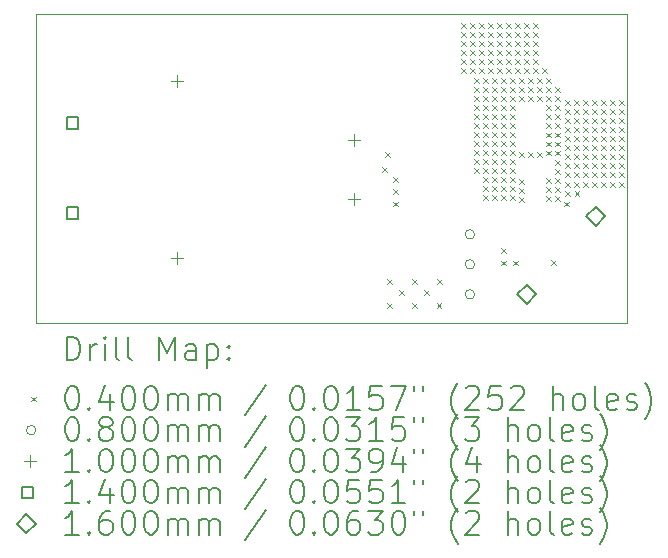
<source format=gbr>
%TF.GenerationSoftware,KiCad,Pcbnew,8.0.0~rc1*%
%TF.CreationDate,2024-01-16T05:38:00-05:00*%
%TF.ProjectId,VTVMbattElim,5654564d-6261-4747-9445-6c696d2e6b69,rev?*%
%TF.SameCoordinates,PX68860e8PY35c5de8*%
%TF.FileFunction,Drillmap*%
%TF.FilePolarity,Positive*%
%FSLAX45Y45*%
G04 Gerber Fmt 4.5, Leading zero omitted, Abs format (unit mm)*
G04 Created by KiCad (PCBNEW 8.0.0~rc1) date 2024-01-16 05:38:00*
%MOMM*%
%LPD*%
G01*
G04 APERTURE LIST*
%ADD10C,0.100000*%
%ADD11C,0.200000*%
%ADD12C,0.140000*%
%ADD13C,0.160000*%
G04 APERTURE END LIST*
D10*
X5003800Y-2616200D02*
X0Y-2616200D01*
X0Y0D02*
X5003800Y0D01*
X0Y-2616200D02*
X0Y0D01*
X5003800Y0D02*
X5003800Y-2616200D01*
D11*
D10*
X2926400Y-1295720D02*
X2966400Y-1335720D01*
X2966400Y-1295720D02*
X2926400Y-1335720D01*
X2951800Y-1168720D02*
X2991800Y-1208720D01*
X2991800Y-1168720D02*
X2951800Y-1208720D01*
X2968552Y-2448677D02*
X3008552Y-2488677D01*
X3008552Y-2448677D02*
X2968552Y-2488677D01*
X2971680Y-2246943D02*
X3011680Y-2286943D01*
X3011680Y-2246943D02*
X2971680Y-2286943D01*
X3017840Y-1380025D02*
X3057840Y-1420025D01*
X3057840Y-1380025D02*
X3017840Y-1420025D01*
X3017840Y-1485192D02*
X3057840Y-1525192D01*
X3057840Y-1485192D02*
X3017840Y-1525192D01*
X3017840Y-1590360D02*
X3057840Y-1630360D01*
X3057840Y-1590360D02*
X3017840Y-1630360D01*
X3073720Y-2342337D02*
X3113720Y-2382337D01*
X3113720Y-2342337D02*
X3073720Y-2382337D01*
X3178887Y-2448677D02*
X3218887Y-2488677D01*
X3218887Y-2448677D02*
X3178887Y-2488677D01*
X3182015Y-2246943D02*
X3222015Y-2286943D01*
X3222015Y-2246943D02*
X3182015Y-2286943D01*
X3284055Y-2342337D02*
X3324055Y-2382337D01*
X3324055Y-2342337D02*
X3284055Y-2382337D01*
X3389222Y-2448677D02*
X3429222Y-2488677D01*
X3429222Y-2448677D02*
X3389222Y-2488677D01*
X3392350Y-2246943D02*
X3432350Y-2286943D01*
X3432350Y-2246943D02*
X3392350Y-2286943D01*
X3596960Y-76520D02*
X3636960Y-116520D01*
X3636960Y-76520D02*
X3596960Y-116520D01*
X3596960Y-152720D02*
X3636960Y-192720D01*
X3636960Y-152720D02*
X3596960Y-192720D01*
X3596960Y-228920D02*
X3636960Y-268920D01*
X3636960Y-228920D02*
X3596960Y-268920D01*
X3596960Y-305120D02*
X3636960Y-345120D01*
X3636960Y-305120D02*
X3596960Y-345120D01*
X3596960Y-381320D02*
X3636960Y-421320D01*
X3636960Y-381320D02*
X3596960Y-421320D01*
X3596960Y-457520D02*
X3636960Y-497520D01*
X3636960Y-457520D02*
X3596960Y-497520D01*
X3673160Y-76520D02*
X3713160Y-116520D01*
X3713160Y-76520D02*
X3673160Y-116520D01*
X3673160Y-152720D02*
X3713160Y-192720D01*
X3713160Y-152720D02*
X3673160Y-192720D01*
X3673160Y-228920D02*
X3713160Y-268920D01*
X3713160Y-228920D02*
X3673160Y-268920D01*
X3673160Y-305120D02*
X3713160Y-345120D01*
X3713160Y-305120D02*
X3673160Y-345120D01*
X3673160Y-381320D02*
X3713160Y-421320D01*
X3713160Y-381320D02*
X3673160Y-421320D01*
X3673160Y-457520D02*
X3713160Y-497520D01*
X3713160Y-457520D02*
X3673160Y-497520D01*
X3708720Y-543880D02*
X3748720Y-583880D01*
X3748720Y-543880D02*
X3708720Y-583880D01*
X3708720Y-620080D02*
X3748720Y-660080D01*
X3748720Y-620080D02*
X3708720Y-660080D01*
X3708720Y-696280D02*
X3748720Y-736280D01*
X3748720Y-696280D02*
X3708720Y-736280D01*
X3708720Y-772480D02*
X3748720Y-812480D01*
X3748720Y-772480D02*
X3708720Y-812480D01*
X3708720Y-848680D02*
X3748720Y-888680D01*
X3748720Y-848680D02*
X3708720Y-888680D01*
X3708720Y-924880D02*
X3748720Y-964880D01*
X3748720Y-924880D02*
X3708720Y-964880D01*
X3708720Y-1001080D02*
X3748720Y-1041080D01*
X3748720Y-1001080D02*
X3708720Y-1041080D01*
X3708720Y-1077280D02*
X3748720Y-1117280D01*
X3748720Y-1077280D02*
X3708720Y-1117280D01*
X3708720Y-1153480D02*
X3748720Y-1193480D01*
X3748720Y-1153480D02*
X3708720Y-1193480D01*
X3708720Y-1229680D02*
X3748720Y-1269680D01*
X3748720Y-1229680D02*
X3708720Y-1269680D01*
X3708720Y-1305880D02*
X3748720Y-1345880D01*
X3748720Y-1305880D02*
X3708720Y-1345880D01*
X3749360Y-76520D02*
X3789360Y-116520D01*
X3789360Y-76520D02*
X3749360Y-116520D01*
X3749360Y-152720D02*
X3789360Y-192720D01*
X3789360Y-152720D02*
X3749360Y-192720D01*
X3749360Y-228920D02*
X3789360Y-268920D01*
X3789360Y-228920D02*
X3749360Y-268920D01*
X3749360Y-305120D02*
X3789360Y-345120D01*
X3789360Y-305120D02*
X3749360Y-345120D01*
X3749360Y-381320D02*
X3789360Y-421320D01*
X3789360Y-381320D02*
X3749360Y-421320D01*
X3749360Y-457520D02*
X3789360Y-497520D01*
X3789360Y-457520D02*
X3749360Y-497520D01*
X3784920Y-543880D02*
X3824920Y-583880D01*
X3824920Y-543880D02*
X3784920Y-583880D01*
X3784920Y-620080D02*
X3824920Y-660080D01*
X3824920Y-620080D02*
X3784920Y-660080D01*
X3784920Y-696280D02*
X3824920Y-736280D01*
X3824920Y-696280D02*
X3784920Y-736280D01*
X3784920Y-772480D02*
X3824920Y-812480D01*
X3824920Y-772480D02*
X3784920Y-812480D01*
X3784920Y-848680D02*
X3824920Y-888680D01*
X3824920Y-848680D02*
X3784920Y-888680D01*
X3784920Y-924880D02*
X3824920Y-964880D01*
X3824920Y-924880D02*
X3784920Y-964880D01*
X3784920Y-1001080D02*
X3824920Y-1041080D01*
X3824920Y-1001080D02*
X3784920Y-1041080D01*
X3784920Y-1077280D02*
X3824920Y-1117280D01*
X3824920Y-1077280D02*
X3784920Y-1117280D01*
X3784920Y-1153480D02*
X3824920Y-1193480D01*
X3824920Y-1153480D02*
X3784920Y-1193480D01*
X3784920Y-1229680D02*
X3824920Y-1269680D01*
X3824920Y-1229680D02*
X3784920Y-1269680D01*
X3784920Y-1305880D02*
X3824920Y-1345880D01*
X3824920Y-1305880D02*
X3784920Y-1345880D01*
X3784920Y-1382080D02*
X3824920Y-1422080D01*
X3824920Y-1382080D02*
X3784920Y-1422080D01*
X3784920Y-1458280D02*
X3824920Y-1498280D01*
X3824920Y-1458280D02*
X3784920Y-1498280D01*
X3784920Y-1534480D02*
X3824920Y-1574480D01*
X3824920Y-1534480D02*
X3784920Y-1574480D01*
X3825560Y-76520D02*
X3865560Y-116520D01*
X3865560Y-76520D02*
X3825560Y-116520D01*
X3825560Y-152720D02*
X3865560Y-192720D01*
X3865560Y-152720D02*
X3825560Y-192720D01*
X3825560Y-228920D02*
X3865560Y-268920D01*
X3865560Y-228920D02*
X3825560Y-268920D01*
X3825560Y-305120D02*
X3865560Y-345120D01*
X3865560Y-305120D02*
X3825560Y-345120D01*
X3825560Y-381320D02*
X3865560Y-421320D01*
X3865560Y-381320D02*
X3825560Y-421320D01*
X3825560Y-457520D02*
X3865560Y-497520D01*
X3865560Y-457520D02*
X3825560Y-497520D01*
X3861120Y-543880D02*
X3901120Y-583880D01*
X3901120Y-543880D02*
X3861120Y-583880D01*
X3861120Y-620080D02*
X3901120Y-660080D01*
X3901120Y-620080D02*
X3861120Y-660080D01*
X3861120Y-696280D02*
X3901120Y-736280D01*
X3901120Y-696280D02*
X3861120Y-736280D01*
X3861120Y-772480D02*
X3901120Y-812480D01*
X3901120Y-772480D02*
X3861120Y-812480D01*
X3861120Y-848680D02*
X3901120Y-888680D01*
X3901120Y-848680D02*
X3861120Y-888680D01*
X3861120Y-924880D02*
X3901120Y-964880D01*
X3901120Y-924880D02*
X3861120Y-964880D01*
X3861120Y-1001080D02*
X3901120Y-1041080D01*
X3901120Y-1001080D02*
X3861120Y-1041080D01*
X3861120Y-1077280D02*
X3901120Y-1117280D01*
X3901120Y-1077280D02*
X3861120Y-1117280D01*
X3861120Y-1153480D02*
X3901120Y-1193480D01*
X3901120Y-1153480D02*
X3861120Y-1193480D01*
X3861120Y-1229680D02*
X3901120Y-1269680D01*
X3901120Y-1229680D02*
X3861120Y-1269680D01*
X3861120Y-1305880D02*
X3901120Y-1345880D01*
X3901120Y-1305880D02*
X3861120Y-1345880D01*
X3861120Y-1382080D02*
X3901120Y-1422080D01*
X3901120Y-1382080D02*
X3861120Y-1422080D01*
X3861120Y-1458280D02*
X3901120Y-1498280D01*
X3901120Y-1458280D02*
X3861120Y-1498280D01*
X3861120Y-1534480D02*
X3901120Y-1574480D01*
X3901120Y-1534480D02*
X3861120Y-1574480D01*
X3901760Y-76520D02*
X3941760Y-116520D01*
X3941760Y-76520D02*
X3901760Y-116520D01*
X3901760Y-152720D02*
X3941760Y-192720D01*
X3941760Y-152720D02*
X3901760Y-192720D01*
X3901760Y-228920D02*
X3941760Y-268920D01*
X3941760Y-228920D02*
X3901760Y-268920D01*
X3901760Y-305120D02*
X3941760Y-345120D01*
X3941760Y-305120D02*
X3901760Y-345120D01*
X3901760Y-381320D02*
X3941760Y-421320D01*
X3941760Y-381320D02*
X3901760Y-421320D01*
X3901760Y-457520D02*
X3941760Y-497520D01*
X3941760Y-457520D02*
X3901760Y-497520D01*
X3932240Y-1981520D02*
X3972240Y-2021520D01*
X3972240Y-1981520D02*
X3932240Y-2021520D01*
X3936562Y-2090560D02*
X3976562Y-2130560D01*
X3976562Y-2090560D02*
X3936562Y-2130560D01*
X3937320Y-543880D02*
X3977320Y-583880D01*
X3977320Y-543880D02*
X3937320Y-583880D01*
X3937320Y-620080D02*
X3977320Y-660080D01*
X3977320Y-620080D02*
X3937320Y-660080D01*
X3937320Y-696280D02*
X3977320Y-736280D01*
X3977320Y-696280D02*
X3937320Y-736280D01*
X3937320Y-772480D02*
X3977320Y-812480D01*
X3977320Y-772480D02*
X3937320Y-812480D01*
X3937320Y-848680D02*
X3977320Y-888680D01*
X3977320Y-848680D02*
X3937320Y-888680D01*
X3937320Y-924880D02*
X3977320Y-964880D01*
X3977320Y-924880D02*
X3937320Y-964880D01*
X3937320Y-1001080D02*
X3977320Y-1041080D01*
X3977320Y-1001080D02*
X3937320Y-1041080D01*
X3937320Y-1077280D02*
X3977320Y-1117280D01*
X3977320Y-1077280D02*
X3937320Y-1117280D01*
X3937320Y-1153480D02*
X3977320Y-1193480D01*
X3977320Y-1153480D02*
X3937320Y-1193480D01*
X3937320Y-1229680D02*
X3977320Y-1269680D01*
X3977320Y-1229680D02*
X3937320Y-1269680D01*
X3937320Y-1305880D02*
X3977320Y-1345880D01*
X3977320Y-1305880D02*
X3937320Y-1345880D01*
X3937320Y-1382080D02*
X3977320Y-1422080D01*
X3977320Y-1382080D02*
X3937320Y-1422080D01*
X3937320Y-1458280D02*
X3977320Y-1498280D01*
X3977320Y-1458280D02*
X3937320Y-1498280D01*
X3937320Y-1534480D02*
X3977320Y-1574480D01*
X3977320Y-1534480D02*
X3937320Y-1574480D01*
X3977960Y-76520D02*
X4017960Y-116520D01*
X4017960Y-76520D02*
X3977960Y-116520D01*
X3977960Y-152720D02*
X4017960Y-192720D01*
X4017960Y-152720D02*
X3977960Y-192720D01*
X3977960Y-228920D02*
X4017960Y-268920D01*
X4017960Y-228920D02*
X3977960Y-268920D01*
X3977960Y-305120D02*
X4017960Y-345120D01*
X4017960Y-305120D02*
X3977960Y-345120D01*
X3977960Y-381320D02*
X4017960Y-421320D01*
X4017960Y-381320D02*
X3977960Y-421320D01*
X3977960Y-457520D02*
X4017960Y-497520D01*
X4017960Y-457520D02*
X3977960Y-497520D01*
X4013520Y-543880D02*
X4053520Y-583880D01*
X4053520Y-543880D02*
X4013520Y-583880D01*
X4013520Y-620080D02*
X4053520Y-660080D01*
X4053520Y-620080D02*
X4013520Y-660080D01*
X4013520Y-696280D02*
X4053520Y-736280D01*
X4053520Y-696280D02*
X4013520Y-736280D01*
X4013520Y-772480D02*
X4053520Y-812480D01*
X4053520Y-772480D02*
X4013520Y-812480D01*
X4013520Y-848680D02*
X4053520Y-888680D01*
X4053520Y-848680D02*
X4013520Y-888680D01*
X4013520Y-924880D02*
X4053520Y-964880D01*
X4053520Y-924880D02*
X4013520Y-964880D01*
X4013520Y-1001080D02*
X4053520Y-1041080D01*
X4053520Y-1001080D02*
X4013520Y-1041080D01*
X4013520Y-1077280D02*
X4053520Y-1117280D01*
X4053520Y-1077280D02*
X4013520Y-1117280D01*
X4013520Y-1153480D02*
X4053520Y-1193480D01*
X4053520Y-1153480D02*
X4013520Y-1193480D01*
X4013520Y-1229680D02*
X4053520Y-1269680D01*
X4053520Y-1229680D02*
X4013520Y-1269680D01*
X4013520Y-1305880D02*
X4053520Y-1345880D01*
X4053520Y-1305880D02*
X4013520Y-1345880D01*
X4013520Y-1382080D02*
X4053520Y-1422080D01*
X4053520Y-1382080D02*
X4013520Y-1422080D01*
X4013520Y-1458280D02*
X4053520Y-1498280D01*
X4053520Y-1458280D02*
X4013520Y-1498280D01*
X4013520Y-1534480D02*
X4053520Y-1574480D01*
X4053520Y-1534480D02*
X4013520Y-1574480D01*
X4036648Y-2090560D02*
X4076648Y-2130560D01*
X4076648Y-2090560D02*
X4036648Y-2130560D01*
X4054160Y-76520D02*
X4094160Y-116520D01*
X4094160Y-76520D02*
X4054160Y-116520D01*
X4054160Y-152720D02*
X4094160Y-192720D01*
X4094160Y-152720D02*
X4054160Y-192720D01*
X4054160Y-228920D02*
X4094160Y-268920D01*
X4094160Y-228920D02*
X4054160Y-268920D01*
X4054160Y-305120D02*
X4094160Y-345120D01*
X4094160Y-305120D02*
X4054160Y-345120D01*
X4054160Y-381320D02*
X4094160Y-421320D01*
X4094160Y-381320D02*
X4054160Y-421320D01*
X4054160Y-457520D02*
X4094160Y-497520D01*
X4094160Y-457520D02*
X4054160Y-497520D01*
X4089720Y-543880D02*
X4129720Y-583880D01*
X4129720Y-543880D02*
X4089720Y-583880D01*
X4089720Y-620080D02*
X4129720Y-660080D01*
X4129720Y-620080D02*
X4089720Y-660080D01*
X4089720Y-696280D02*
X4129720Y-736280D01*
X4129720Y-696280D02*
X4089720Y-736280D01*
X4089720Y-1168720D02*
X4129720Y-1208720D01*
X4129720Y-1168720D02*
X4089720Y-1208720D01*
X4089720Y-1397320D02*
X4129720Y-1437320D01*
X4129720Y-1397320D02*
X4089720Y-1437320D01*
X4089720Y-1473520D02*
X4129720Y-1513520D01*
X4129720Y-1473520D02*
X4089720Y-1513520D01*
X4089720Y-1549720D02*
X4129720Y-1589720D01*
X4129720Y-1549720D02*
X4089720Y-1589720D01*
X4130360Y-76520D02*
X4170360Y-116520D01*
X4170360Y-76520D02*
X4130360Y-116520D01*
X4130360Y-152720D02*
X4170360Y-192720D01*
X4170360Y-152720D02*
X4130360Y-192720D01*
X4130360Y-228920D02*
X4170360Y-268920D01*
X4170360Y-228920D02*
X4130360Y-268920D01*
X4130360Y-305120D02*
X4170360Y-345120D01*
X4170360Y-305120D02*
X4130360Y-345120D01*
X4130360Y-381320D02*
X4170360Y-421320D01*
X4170360Y-381320D02*
X4130360Y-421320D01*
X4130360Y-457520D02*
X4170360Y-497520D01*
X4170360Y-457520D02*
X4130360Y-497520D01*
X4165920Y-543880D02*
X4205920Y-583880D01*
X4205920Y-543880D02*
X4165920Y-583880D01*
X4165920Y-620080D02*
X4205920Y-660080D01*
X4205920Y-620080D02*
X4165920Y-660080D01*
X4165920Y-696280D02*
X4205920Y-736280D01*
X4205920Y-696280D02*
X4165920Y-736280D01*
X4165920Y-1168720D02*
X4205920Y-1208720D01*
X4205920Y-1168720D02*
X4165920Y-1208720D01*
X4206560Y-76520D02*
X4246560Y-116520D01*
X4246560Y-76520D02*
X4206560Y-116520D01*
X4206560Y-152720D02*
X4246560Y-192720D01*
X4246560Y-152720D02*
X4206560Y-192720D01*
X4206560Y-228920D02*
X4246560Y-268920D01*
X4246560Y-228920D02*
X4206560Y-268920D01*
X4206560Y-305120D02*
X4246560Y-345120D01*
X4246560Y-305120D02*
X4206560Y-345120D01*
X4206560Y-381320D02*
X4246560Y-421320D01*
X4246560Y-381320D02*
X4206560Y-421320D01*
X4206560Y-457520D02*
X4246560Y-497520D01*
X4246560Y-457520D02*
X4206560Y-497520D01*
X4242120Y-543880D02*
X4282120Y-583880D01*
X4282120Y-543880D02*
X4242120Y-583880D01*
X4242120Y-620080D02*
X4282120Y-660080D01*
X4282120Y-620080D02*
X4242120Y-660080D01*
X4242120Y-696280D02*
X4282120Y-736280D01*
X4282120Y-696280D02*
X4242120Y-736280D01*
X4242120Y-1168720D02*
X4282120Y-1208720D01*
X4282120Y-1168720D02*
X4242120Y-1208720D01*
X4282760Y-457520D02*
X4322760Y-497520D01*
X4322760Y-457520D02*
X4282760Y-497520D01*
X4318320Y-543880D02*
X4358320Y-583880D01*
X4358320Y-543880D02*
X4318320Y-583880D01*
X4318320Y-620080D02*
X4358320Y-660080D01*
X4358320Y-620080D02*
X4318320Y-660080D01*
X4318320Y-696280D02*
X4358320Y-736280D01*
X4358320Y-696280D02*
X4318320Y-736280D01*
X4318320Y-772480D02*
X4358320Y-812480D01*
X4358320Y-772480D02*
X4318320Y-812480D01*
X4318320Y-848680D02*
X4358320Y-888680D01*
X4358320Y-848680D02*
X4318320Y-888680D01*
X4318320Y-924880D02*
X4358320Y-964880D01*
X4358320Y-924880D02*
X4318320Y-964880D01*
X4318320Y-1006160D02*
X4358320Y-1046160D01*
X4358320Y-1006160D02*
X4318320Y-1046160D01*
X4318320Y-1082360D02*
X4358320Y-1122360D01*
X4358320Y-1082360D02*
X4318320Y-1122360D01*
X4318320Y-1158560D02*
X4358320Y-1198560D01*
X4358320Y-1158560D02*
X4318320Y-1198560D01*
X4318320Y-1392240D02*
X4358320Y-1432240D01*
X4358320Y-1392240D02*
X4318320Y-1432240D01*
X4318320Y-1468440D02*
X4358320Y-1508440D01*
X4358320Y-1468440D02*
X4318320Y-1508440D01*
X4318320Y-1544640D02*
X4358320Y-1584640D01*
X4358320Y-1544640D02*
X4318320Y-1584640D01*
X4358960Y-2088200D02*
X4398960Y-2128200D01*
X4398960Y-2088200D02*
X4358960Y-2128200D01*
X4394520Y-620080D02*
X4434520Y-660080D01*
X4434520Y-620080D02*
X4394520Y-660080D01*
X4394520Y-696280D02*
X4434520Y-736280D01*
X4434520Y-696280D02*
X4394520Y-736280D01*
X4394520Y-772480D02*
X4434520Y-812480D01*
X4434520Y-772480D02*
X4394520Y-812480D01*
X4394520Y-848680D02*
X4434520Y-888680D01*
X4434520Y-848680D02*
X4394520Y-888680D01*
X4394520Y-924880D02*
X4434520Y-964880D01*
X4434520Y-924880D02*
X4394520Y-964880D01*
X4394520Y-1006160D02*
X4434520Y-1046160D01*
X4434520Y-1006160D02*
X4394520Y-1046160D01*
X4394520Y-1082360D02*
X4434520Y-1122360D01*
X4434520Y-1082360D02*
X4394520Y-1122360D01*
X4394520Y-1158560D02*
X4434520Y-1198560D01*
X4434520Y-1158560D02*
X4394520Y-1198560D01*
X4394520Y-1239840D02*
X4434520Y-1279840D01*
X4434520Y-1239840D02*
X4394520Y-1279840D01*
X4394520Y-1316040D02*
X4434520Y-1356040D01*
X4434520Y-1316040D02*
X4394520Y-1356040D01*
X4394520Y-1392240D02*
X4434520Y-1432240D01*
X4434520Y-1392240D02*
X4394520Y-1432240D01*
X4394520Y-1468440D02*
X4434520Y-1508440D01*
X4434520Y-1468440D02*
X4394520Y-1508440D01*
X4394520Y-1544640D02*
X4434520Y-1584640D01*
X4434520Y-1544640D02*
X4394520Y-1584640D01*
X4470720Y-1590360D02*
X4510720Y-1630360D01*
X4510720Y-1590360D02*
X4470720Y-1630360D01*
X4475800Y-731840D02*
X4515800Y-771840D01*
X4515800Y-731840D02*
X4475800Y-771840D01*
X4475800Y-808040D02*
X4515800Y-848040D01*
X4515800Y-808040D02*
X4475800Y-848040D01*
X4475800Y-884240D02*
X4515800Y-924240D01*
X4515800Y-884240D02*
X4475800Y-924240D01*
X4475800Y-960440D02*
X4515800Y-1000440D01*
X4515800Y-960440D02*
X4475800Y-1000440D01*
X4475800Y-1036640D02*
X4515800Y-1076640D01*
X4515800Y-1036640D02*
X4475800Y-1076640D01*
X4475800Y-1112840D02*
X4515800Y-1152840D01*
X4515800Y-1112840D02*
X4475800Y-1152840D01*
X4475800Y-1189040D02*
X4515800Y-1229040D01*
X4515800Y-1189040D02*
X4475800Y-1229040D01*
X4475800Y-1265240D02*
X4515800Y-1305240D01*
X4515800Y-1265240D02*
X4475800Y-1305240D01*
X4475800Y-1341440D02*
X4515800Y-1381440D01*
X4515800Y-1341440D02*
X4475800Y-1381440D01*
X4475800Y-1422720D02*
X4515800Y-1462720D01*
X4515800Y-1422720D02*
X4475800Y-1462720D01*
X4475800Y-1504000D02*
X4515800Y-1544000D01*
X4515800Y-1504000D02*
X4475800Y-1544000D01*
X4552000Y-731840D02*
X4592000Y-771840D01*
X4592000Y-731840D02*
X4552000Y-771840D01*
X4552000Y-808040D02*
X4592000Y-848040D01*
X4592000Y-808040D02*
X4552000Y-848040D01*
X4552000Y-884240D02*
X4592000Y-924240D01*
X4592000Y-884240D02*
X4552000Y-924240D01*
X4552000Y-960440D02*
X4592000Y-1000440D01*
X4592000Y-960440D02*
X4552000Y-1000440D01*
X4552000Y-1036640D02*
X4592000Y-1076640D01*
X4592000Y-1036640D02*
X4552000Y-1076640D01*
X4552000Y-1112840D02*
X4592000Y-1152840D01*
X4592000Y-1112840D02*
X4552000Y-1152840D01*
X4552000Y-1189040D02*
X4592000Y-1229040D01*
X4592000Y-1189040D02*
X4552000Y-1229040D01*
X4552000Y-1265240D02*
X4592000Y-1305240D01*
X4592000Y-1265240D02*
X4552000Y-1305240D01*
X4552000Y-1341440D02*
X4592000Y-1381440D01*
X4592000Y-1341440D02*
X4552000Y-1381440D01*
X4552000Y-1422720D02*
X4592000Y-1462720D01*
X4592000Y-1422720D02*
X4552000Y-1462720D01*
X4557080Y-1504000D02*
X4597080Y-1544000D01*
X4597080Y-1504000D02*
X4557080Y-1544000D01*
X4628200Y-731840D02*
X4668200Y-771840D01*
X4668200Y-731840D02*
X4628200Y-771840D01*
X4628200Y-808040D02*
X4668200Y-848040D01*
X4668200Y-808040D02*
X4628200Y-848040D01*
X4628200Y-884240D02*
X4668200Y-924240D01*
X4668200Y-884240D02*
X4628200Y-924240D01*
X4628200Y-960440D02*
X4668200Y-1000440D01*
X4668200Y-960440D02*
X4628200Y-1000440D01*
X4628200Y-1036640D02*
X4668200Y-1076640D01*
X4668200Y-1036640D02*
X4628200Y-1076640D01*
X4628200Y-1112840D02*
X4668200Y-1152840D01*
X4668200Y-1112840D02*
X4628200Y-1152840D01*
X4628200Y-1189040D02*
X4668200Y-1229040D01*
X4668200Y-1189040D02*
X4628200Y-1229040D01*
X4628200Y-1265240D02*
X4668200Y-1305240D01*
X4668200Y-1265240D02*
X4628200Y-1305240D01*
X4628200Y-1341440D02*
X4668200Y-1381440D01*
X4668200Y-1341440D02*
X4628200Y-1381440D01*
X4628200Y-1422720D02*
X4668200Y-1462720D01*
X4668200Y-1422720D02*
X4628200Y-1462720D01*
X4704400Y-731840D02*
X4744400Y-771840D01*
X4744400Y-731840D02*
X4704400Y-771840D01*
X4704400Y-808040D02*
X4744400Y-848040D01*
X4744400Y-808040D02*
X4704400Y-848040D01*
X4704400Y-884240D02*
X4744400Y-924240D01*
X4744400Y-884240D02*
X4704400Y-924240D01*
X4704400Y-960440D02*
X4744400Y-1000440D01*
X4744400Y-960440D02*
X4704400Y-1000440D01*
X4704400Y-1036640D02*
X4744400Y-1076640D01*
X4744400Y-1036640D02*
X4704400Y-1076640D01*
X4704400Y-1112840D02*
X4744400Y-1152840D01*
X4744400Y-1112840D02*
X4704400Y-1152840D01*
X4704400Y-1189040D02*
X4744400Y-1229040D01*
X4744400Y-1189040D02*
X4704400Y-1229040D01*
X4704400Y-1265240D02*
X4744400Y-1305240D01*
X4744400Y-1265240D02*
X4704400Y-1305240D01*
X4704400Y-1341440D02*
X4744400Y-1381440D01*
X4744400Y-1341440D02*
X4704400Y-1381440D01*
X4704400Y-1422720D02*
X4744400Y-1462720D01*
X4744400Y-1422720D02*
X4704400Y-1462720D01*
X4780600Y-731840D02*
X4820600Y-771840D01*
X4820600Y-731840D02*
X4780600Y-771840D01*
X4780600Y-808040D02*
X4820600Y-848040D01*
X4820600Y-808040D02*
X4780600Y-848040D01*
X4780600Y-884240D02*
X4820600Y-924240D01*
X4820600Y-884240D02*
X4780600Y-924240D01*
X4780600Y-960440D02*
X4820600Y-1000440D01*
X4820600Y-960440D02*
X4780600Y-1000440D01*
X4780600Y-1036640D02*
X4820600Y-1076640D01*
X4820600Y-1036640D02*
X4780600Y-1076640D01*
X4780600Y-1112840D02*
X4820600Y-1152840D01*
X4820600Y-1112840D02*
X4780600Y-1152840D01*
X4780600Y-1189040D02*
X4820600Y-1229040D01*
X4820600Y-1189040D02*
X4780600Y-1229040D01*
X4780600Y-1265240D02*
X4820600Y-1305240D01*
X4820600Y-1265240D02*
X4780600Y-1305240D01*
X4780600Y-1341440D02*
X4820600Y-1381440D01*
X4820600Y-1341440D02*
X4780600Y-1381440D01*
X4780600Y-1422720D02*
X4820600Y-1462720D01*
X4820600Y-1422720D02*
X4780600Y-1462720D01*
X4856800Y-731840D02*
X4896800Y-771840D01*
X4896800Y-731840D02*
X4856800Y-771840D01*
X4856800Y-808040D02*
X4896800Y-848040D01*
X4896800Y-808040D02*
X4856800Y-848040D01*
X4856800Y-884240D02*
X4896800Y-924240D01*
X4896800Y-884240D02*
X4856800Y-924240D01*
X4856800Y-960440D02*
X4896800Y-1000440D01*
X4896800Y-960440D02*
X4856800Y-1000440D01*
X4856800Y-1036640D02*
X4896800Y-1076640D01*
X4896800Y-1036640D02*
X4856800Y-1076640D01*
X4856800Y-1112840D02*
X4896800Y-1152840D01*
X4896800Y-1112840D02*
X4856800Y-1152840D01*
X4856800Y-1189040D02*
X4896800Y-1229040D01*
X4896800Y-1189040D02*
X4856800Y-1229040D01*
X4856800Y-1265240D02*
X4896800Y-1305240D01*
X4896800Y-1265240D02*
X4856800Y-1305240D01*
X4856800Y-1341440D02*
X4896800Y-1381440D01*
X4896800Y-1341440D02*
X4856800Y-1381440D01*
X4856800Y-1422720D02*
X4896800Y-1462720D01*
X4896800Y-1422720D02*
X4856800Y-1462720D01*
X4933000Y-731840D02*
X4973000Y-771840D01*
X4973000Y-731840D02*
X4933000Y-771840D01*
X4933000Y-808040D02*
X4973000Y-848040D01*
X4973000Y-808040D02*
X4933000Y-848040D01*
X4933000Y-884240D02*
X4973000Y-924240D01*
X4973000Y-884240D02*
X4933000Y-924240D01*
X4933000Y-960440D02*
X4973000Y-1000440D01*
X4973000Y-960440D02*
X4933000Y-1000440D01*
X4933000Y-1036640D02*
X4973000Y-1076640D01*
X4973000Y-1036640D02*
X4933000Y-1076640D01*
X4933000Y-1112840D02*
X4973000Y-1152840D01*
X4973000Y-1112840D02*
X4933000Y-1152840D01*
X4933000Y-1189040D02*
X4973000Y-1229040D01*
X4973000Y-1189040D02*
X4933000Y-1229040D01*
X4933000Y-1265240D02*
X4973000Y-1305240D01*
X4973000Y-1265240D02*
X4933000Y-1305240D01*
X4933000Y-1341440D02*
X4973000Y-1381440D01*
X4973000Y-1341440D02*
X4933000Y-1381440D01*
X4933000Y-1422720D02*
X4973000Y-1462720D01*
X4973000Y-1422720D02*
X4933000Y-1462720D01*
X3710300Y-1866900D02*
G75*
G02*
X3630300Y-1866900I-40000J0D01*
G01*
X3630300Y-1866900D02*
G75*
G02*
X3710300Y-1866900I40000J0D01*
G01*
X3710300Y-2120900D02*
G75*
G02*
X3630300Y-2120900I-40000J0D01*
G01*
X3630300Y-2120900D02*
G75*
G02*
X3710300Y-2120900I40000J0D01*
G01*
X3710300Y-2374900D02*
G75*
G02*
X3630300Y-2374900I-40000J0D01*
G01*
X3630300Y-2374900D02*
G75*
G02*
X3710300Y-2374900I40000J0D01*
G01*
X1188212Y-517182D02*
X1188212Y-617182D01*
X1138212Y-567182D02*
X1238212Y-567182D01*
X1188212Y-2016798D02*
X1188212Y-2116798D01*
X1138212Y-2066798D02*
X1238212Y-2066798D01*
X2687828Y-1016800D02*
X2687828Y-1116800D01*
X2637828Y-1066800D02*
X2737828Y-1066800D01*
X2687828Y-1517180D02*
X2687828Y-1617180D01*
X2637828Y-1567180D02*
X2737828Y-1567180D01*
D12*
X354298Y-976598D02*
X354298Y-877602D01*
X255302Y-877602D01*
X255302Y-976598D01*
X354298Y-976598D01*
X354298Y-1738598D02*
X354298Y-1639602D01*
X255302Y-1639602D01*
X255302Y-1738598D01*
X354298Y-1738598D01*
D13*
X4152900Y-2454900D02*
X4232900Y-2374900D01*
X4152900Y-2294900D01*
X4072900Y-2374900D01*
X4152900Y-2454900D01*
X4737100Y-1794500D02*
X4817100Y-1714500D01*
X4737100Y-1634500D01*
X4657100Y-1714500D01*
X4737100Y-1794500D01*
D11*
X255777Y-2932684D02*
X255777Y-2732684D01*
X255777Y-2732684D02*
X303396Y-2732684D01*
X303396Y-2732684D02*
X331967Y-2742208D01*
X331967Y-2742208D02*
X351015Y-2761255D01*
X351015Y-2761255D02*
X360539Y-2780303D01*
X360539Y-2780303D02*
X370062Y-2818398D01*
X370062Y-2818398D02*
X370062Y-2846969D01*
X370062Y-2846969D02*
X360539Y-2885065D01*
X360539Y-2885065D02*
X351015Y-2904112D01*
X351015Y-2904112D02*
X331967Y-2923160D01*
X331967Y-2923160D02*
X303396Y-2932684D01*
X303396Y-2932684D02*
X255777Y-2932684D01*
X455777Y-2932684D02*
X455777Y-2799350D01*
X455777Y-2837446D02*
X465301Y-2818398D01*
X465301Y-2818398D02*
X474824Y-2808874D01*
X474824Y-2808874D02*
X493872Y-2799350D01*
X493872Y-2799350D02*
X512920Y-2799350D01*
X579586Y-2932684D02*
X579586Y-2799350D01*
X579586Y-2732684D02*
X570063Y-2742208D01*
X570063Y-2742208D02*
X579586Y-2751731D01*
X579586Y-2751731D02*
X589110Y-2742208D01*
X589110Y-2742208D02*
X579586Y-2732684D01*
X579586Y-2732684D02*
X579586Y-2751731D01*
X703396Y-2932684D02*
X684348Y-2923160D01*
X684348Y-2923160D02*
X674824Y-2904112D01*
X674824Y-2904112D02*
X674824Y-2732684D01*
X808158Y-2932684D02*
X789110Y-2923160D01*
X789110Y-2923160D02*
X779586Y-2904112D01*
X779586Y-2904112D02*
X779586Y-2732684D01*
X1036729Y-2932684D02*
X1036729Y-2732684D01*
X1036729Y-2732684D02*
X1103396Y-2875541D01*
X1103396Y-2875541D02*
X1170063Y-2732684D01*
X1170063Y-2732684D02*
X1170063Y-2932684D01*
X1351015Y-2932684D02*
X1351015Y-2827922D01*
X1351015Y-2827922D02*
X1341491Y-2808874D01*
X1341491Y-2808874D02*
X1322444Y-2799350D01*
X1322444Y-2799350D02*
X1284348Y-2799350D01*
X1284348Y-2799350D02*
X1265301Y-2808874D01*
X1351015Y-2923160D02*
X1331967Y-2932684D01*
X1331967Y-2932684D02*
X1284348Y-2932684D01*
X1284348Y-2932684D02*
X1265301Y-2923160D01*
X1265301Y-2923160D02*
X1255777Y-2904112D01*
X1255777Y-2904112D02*
X1255777Y-2885065D01*
X1255777Y-2885065D02*
X1265301Y-2866017D01*
X1265301Y-2866017D02*
X1284348Y-2856493D01*
X1284348Y-2856493D02*
X1331967Y-2856493D01*
X1331967Y-2856493D02*
X1351015Y-2846969D01*
X1446253Y-2799350D02*
X1446253Y-2999350D01*
X1446253Y-2808874D02*
X1465301Y-2799350D01*
X1465301Y-2799350D02*
X1503396Y-2799350D01*
X1503396Y-2799350D02*
X1522443Y-2808874D01*
X1522443Y-2808874D02*
X1531967Y-2818398D01*
X1531967Y-2818398D02*
X1541491Y-2837446D01*
X1541491Y-2837446D02*
X1541491Y-2894588D01*
X1541491Y-2894588D02*
X1531967Y-2913636D01*
X1531967Y-2913636D02*
X1522443Y-2923160D01*
X1522443Y-2923160D02*
X1503396Y-2932684D01*
X1503396Y-2932684D02*
X1465301Y-2932684D01*
X1465301Y-2932684D02*
X1446253Y-2923160D01*
X1627205Y-2913636D02*
X1636729Y-2923160D01*
X1636729Y-2923160D02*
X1627205Y-2932684D01*
X1627205Y-2932684D02*
X1617682Y-2923160D01*
X1617682Y-2923160D02*
X1627205Y-2913636D01*
X1627205Y-2913636D02*
X1627205Y-2932684D01*
X1627205Y-2808874D02*
X1636729Y-2818398D01*
X1636729Y-2818398D02*
X1627205Y-2827922D01*
X1627205Y-2827922D02*
X1617682Y-2818398D01*
X1617682Y-2818398D02*
X1627205Y-2808874D01*
X1627205Y-2808874D02*
X1627205Y-2827922D01*
D10*
X-45000Y-3241200D02*
X-5000Y-3281200D01*
X-5000Y-3241200D02*
X-45000Y-3281200D01*
D11*
X293872Y-3152684D02*
X312920Y-3152684D01*
X312920Y-3152684D02*
X331967Y-3162208D01*
X331967Y-3162208D02*
X341491Y-3171731D01*
X341491Y-3171731D02*
X351015Y-3190779D01*
X351015Y-3190779D02*
X360539Y-3228874D01*
X360539Y-3228874D02*
X360539Y-3276493D01*
X360539Y-3276493D02*
X351015Y-3314588D01*
X351015Y-3314588D02*
X341491Y-3333636D01*
X341491Y-3333636D02*
X331967Y-3343160D01*
X331967Y-3343160D02*
X312920Y-3352684D01*
X312920Y-3352684D02*
X293872Y-3352684D01*
X293872Y-3352684D02*
X274824Y-3343160D01*
X274824Y-3343160D02*
X265301Y-3333636D01*
X265301Y-3333636D02*
X255777Y-3314588D01*
X255777Y-3314588D02*
X246253Y-3276493D01*
X246253Y-3276493D02*
X246253Y-3228874D01*
X246253Y-3228874D02*
X255777Y-3190779D01*
X255777Y-3190779D02*
X265301Y-3171731D01*
X265301Y-3171731D02*
X274824Y-3162208D01*
X274824Y-3162208D02*
X293872Y-3152684D01*
X446253Y-3333636D02*
X455777Y-3343160D01*
X455777Y-3343160D02*
X446253Y-3352684D01*
X446253Y-3352684D02*
X436729Y-3343160D01*
X436729Y-3343160D02*
X446253Y-3333636D01*
X446253Y-3333636D02*
X446253Y-3352684D01*
X627205Y-3219350D02*
X627205Y-3352684D01*
X579586Y-3143160D02*
X531967Y-3286017D01*
X531967Y-3286017D02*
X655777Y-3286017D01*
X770062Y-3152684D02*
X789110Y-3152684D01*
X789110Y-3152684D02*
X808158Y-3162208D01*
X808158Y-3162208D02*
X817682Y-3171731D01*
X817682Y-3171731D02*
X827205Y-3190779D01*
X827205Y-3190779D02*
X836729Y-3228874D01*
X836729Y-3228874D02*
X836729Y-3276493D01*
X836729Y-3276493D02*
X827205Y-3314588D01*
X827205Y-3314588D02*
X817682Y-3333636D01*
X817682Y-3333636D02*
X808158Y-3343160D01*
X808158Y-3343160D02*
X789110Y-3352684D01*
X789110Y-3352684D02*
X770062Y-3352684D01*
X770062Y-3352684D02*
X751015Y-3343160D01*
X751015Y-3343160D02*
X741491Y-3333636D01*
X741491Y-3333636D02*
X731967Y-3314588D01*
X731967Y-3314588D02*
X722443Y-3276493D01*
X722443Y-3276493D02*
X722443Y-3228874D01*
X722443Y-3228874D02*
X731967Y-3190779D01*
X731967Y-3190779D02*
X741491Y-3171731D01*
X741491Y-3171731D02*
X751015Y-3162208D01*
X751015Y-3162208D02*
X770062Y-3152684D01*
X960539Y-3152684D02*
X979586Y-3152684D01*
X979586Y-3152684D02*
X998634Y-3162208D01*
X998634Y-3162208D02*
X1008158Y-3171731D01*
X1008158Y-3171731D02*
X1017682Y-3190779D01*
X1017682Y-3190779D02*
X1027205Y-3228874D01*
X1027205Y-3228874D02*
X1027205Y-3276493D01*
X1027205Y-3276493D02*
X1017682Y-3314588D01*
X1017682Y-3314588D02*
X1008158Y-3333636D01*
X1008158Y-3333636D02*
X998634Y-3343160D01*
X998634Y-3343160D02*
X979586Y-3352684D01*
X979586Y-3352684D02*
X960539Y-3352684D01*
X960539Y-3352684D02*
X941491Y-3343160D01*
X941491Y-3343160D02*
X931967Y-3333636D01*
X931967Y-3333636D02*
X922443Y-3314588D01*
X922443Y-3314588D02*
X912920Y-3276493D01*
X912920Y-3276493D02*
X912920Y-3228874D01*
X912920Y-3228874D02*
X922443Y-3190779D01*
X922443Y-3190779D02*
X931967Y-3171731D01*
X931967Y-3171731D02*
X941491Y-3162208D01*
X941491Y-3162208D02*
X960539Y-3152684D01*
X1112920Y-3352684D02*
X1112920Y-3219350D01*
X1112920Y-3238398D02*
X1122444Y-3228874D01*
X1122444Y-3228874D02*
X1141491Y-3219350D01*
X1141491Y-3219350D02*
X1170063Y-3219350D01*
X1170063Y-3219350D02*
X1189110Y-3228874D01*
X1189110Y-3228874D02*
X1198634Y-3247922D01*
X1198634Y-3247922D02*
X1198634Y-3352684D01*
X1198634Y-3247922D02*
X1208158Y-3228874D01*
X1208158Y-3228874D02*
X1227205Y-3219350D01*
X1227205Y-3219350D02*
X1255777Y-3219350D01*
X1255777Y-3219350D02*
X1274825Y-3228874D01*
X1274825Y-3228874D02*
X1284348Y-3247922D01*
X1284348Y-3247922D02*
X1284348Y-3352684D01*
X1379586Y-3352684D02*
X1379586Y-3219350D01*
X1379586Y-3238398D02*
X1389110Y-3228874D01*
X1389110Y-3228874D02*
X1408158Y-3219350D01*
X1408158Y-3219350D02*
X1436729Y-3219350D01*
X1436729Y-3219350D02*
X1455777Y-3228874D01*
X1455777Y-3228874D02*
X1465301Y-3247922D01*
X1465301Y-3247922D02*
X1465301Y-3352684D01*
X1465301Y-3247922D02*
X1474824Y-3228874D01*
X1474824Y-3228874D02*
X1493872Y-3219350D01*
X1493872Y-3219350D02*
X1522443Y-3219350D01*
X1522443Y-3219350D02*
X1541491Y-3228874D01*
X1541491Y-3228874D02*
X1551015Y-3247922D01*
X1551015Y-3247922D02*
X1551015Y-3352684D01*
X1941491Y-3143160D02*
X1770063Y-3400303D01*
X2198634Y-3152684D02*
X2217682Y-3152684D01*
X2217682Y-3152684D02*
X2236729Y-3162208D01*
X2236729Y-3162208D02*
X2246253Y-3171731D01*
X2246253Y-3171731D02*
X2255777Y-3190779D01*
X2255777Y-3190779D02*
X2265301Y-3228874D01*
X2265301Y-3228874D02*
X2265301Y-3276493D01*
X2265301Y-3276493D02*
X2255777Y-3314588D01*
X2255777Y-3314588D02*
X2246253Y-3333636D01*
X2246253Y-3333636D02*
X2236729Y-3343160D01*
X2236729Y-3343160D02*
X2217682Y-3352684D01*
X2217682Y-3352684D02*
X2198634Y-3352684D01*
X2198634Y-3352684D02*
X2179587Y-3343160D01*
X2179587Y-3343160D02*
X2170063Y-3333636D01*
X2170063Y-3333636D02*
X2160539Y-3314588D01*
X2160539Y-3314588D02*
X2151015Y-3276493D01*
X2151015Y-3276493D02*
X2151015Y-3228874D01*
X2151015Y-3228874D02*
X2160539Y-3190779D01*
X2160539Y-3190779D02*
X2170063Y-3171731D01*
X2170063Y-3171731D02*
X2179587Y-3162208D01*
X2179587Y-3162208D02*
X2198634Y-3152684D01*
X2351015Y-3333636D02*
X2360539Y-3343160D01*
X2360539Y-3343160D02*
X2351015Y-3352684D01*
X2351015Y-3352684D02*
X2341491Y-3343160D01*
X2341491Y-3343160D02*
X2351015Y-3333636D01*
X2351015Y-3333636D02*
X2351015Y-3352684D01*
X2484348Y-3152684D02*
X2503396Y-3152684D01*
X2503396Y-3152684D02*
X2522444Y-3162208D01*
X2522444Y-3162208D02*
X2531968Y-3171731D01*
X2531968Y-3171731D02*
X2541491Y-3190779D01*
X2541491Y-3190779D02*
X2551015Y-3228874D01*
X2551015Y-3228874D02*
X2551015Y-3276493D01*
X2551015Y-3276493D02*
X2541491Y-3314588D01*
X2541491Y-3314588D02*
X2531968Y-3333636D01*
X2531968Y-3333636D02*
X2522444Y-3343160D01*
X2522444Y-3343160D02*
X2503396Y-3352684D01*
X2503396Y-3352684D02*
X2484348Y-3352684D01*
X2484348Y-3352684D02*
X2465301Y-3343160D01*
X2465301Y-3343160D02*
X2455777Y-3333636D01*
X2455777Y-3333636D02*
X2446253Y-3314588D01*
X2446253Y-3314588D02*
X2436729Y-3276493D01*
X2436729Y-3276493D02*
X2436729Y-3228874D01*
X2436729Y-3228874D02*
X2446253Y-3190779D01*
X2446253Y-3190779D02*
X2455777Y-3171731D01*
X2455777Y-3171731D02*
X2465301Y-3162208D01*
X2465301Y-3162208D02*
X2484348Y-3152684D01*
X2741491Y-3352684D02*
X2627206Y-3352684D01*
X2684348Y-3352684D02*
X2684348Y-3152684D01*
X2684348Y-3152684D02*
X2665301Y-3181255D01*
X2665301Y-3181255D02*
X2646253Y-3200303D01*
X2646253Y-3200303D02*
X2627206Y-3209827D01*
X2922444Y-3152684D02*
X2827206Y-3152684D01*
X2827206Y-3152684D02*
X2817682Y-3247922D01*
X2817682Y-3247922D02*
X2827206Y-3238398D01*
X2827206Y-3238398D02*
X2846253Y-3228874D01*
X2846253Y-3228874D02*
X2893872Y-3228874D01*
X2893872Y-3228874D02*
X2912920Y-3238398D01*
X2912920Y-3238398D02*
X2922444Y-3247922D01*
X2922444Y-3247922D02*
X2931967Y-3266969D01*
X2931967Y-3266969D02*
X2931967Y-3314588D01*
X2931967Y-3314588D02*
X2922444Y-3333636D01*
X2922444Y-3333636D02*
X2912920Y-3343160D01*
X2912920Y-3343160D02*
X2893872Y-3352684D01*
X2893872Y-3352684D02*
X2846253Y-3352684D01*
X2846253Y-3352684D02*
X2827206Y-3343160D01*
X2827206Y-3343160D02*
X2817682Y-3333636D01*
X2998634Y-3152684D02*
X3131967Y-3152684D01*
X3131967Y-3152684D02*
X3046253Y-3352684D01*
X3198634Y-3152684D02*
X3198634Y-3190779D01*
X3274825Y-3152684D02*
X3274825Y-3190779D01*
X3570063Y-3428874D02*
X3560539Y-3419350D01*
X3560539Y-3419350D02*
X3541491Y-3390779D01*
X3541491Y-3390779D02*
X3531968Y-3371731D01*
X3531968Y-3371731D02*
X3522444Y-3343160D01*
X3522444Y-3343160D02*
X3512920Y-3295541D01*
X3512920Y-3295541D02*
X3512920Y-3257446D01*
X3512920Y-3257446D02*
X3522444Y-3209827D01*
X3522444Y-3209827D02*
X3531968Y-3181255D01*
X3531968Y-3181255D02*
X3541491Y-3162208D01*
X3541491Y-3162208D02*
X3560539Y-3133636D01*
X3560539Y-3133636D02*
X3570063Y-3124112D01*
X3636729Y-3171731D02*
X3646253Y-3162208D01*
X3646253Y-3162208D02*
X3665301Y-3152684D01*
X3665301Y-3152684D02*
X3712920Y-3152684D01*
X3712920Y-3152684D02*
X3731968Y-3162208D01*
X3731968Y-3162208D02*
X3741491Y-3171731D01*
X3741491Y-3171731D02*
X3751015Y-3190779D01*
X3751015Y-3190779D02*
X3751015Y-3209827D01*
X3751015Y-3209827D02*
X3741491Y-3238398D01*
X3741491Y-3238398D02*
X3627206Y-3352684D01*
X3627206Y-3352684D02*
X3751015Y-3352684D01*
X3931968Y-3152684D02*
X3836729Y-3152684D01*
X3836729Y-3152684D02*
X3827206Y-3247922D01*
X3827206Y-3247922D02*
X3836729Y-3238398D01*
X3836729Y-3238398D02*
X3855777Y-3228874D01*
X3855777Y-3228874D02*
X3903396Y-3228874D01*
X3903396Y-3228874D02*
X3922444Y-3238398D01*
X3922444Y-3238398D02*
X3931968Y-3247922D01*
X3931968Y-3247922D02*
X3941491Y-3266969D01*
X3941491Y-3266969D02*
X3941491Y-3314588D01*
X3941491Y-3314588D02*
X3931968Y-3333636D01*
X3931968Y-3333636D02*
X3922444Y-3343160D01*
X3922444Y-3343160D02*
X3903396Y-3352684D01*
X3903396Y-3352684D02*
X3855777Y-3352684D01*
X3855777Y-3352684D02*
X3836729Y-3343160D01*
X3836729Y-3343160D02*
X3827206Y-3333636D01*
X4017682Y-3171731D02*
X4027206Y-3162208D01*
X4027206Y-3162208D02*
X4046253Y-3152684D01*
X4046253Y-3152684D02*
X4093872Y-3152684D01*
X4093872Y-3152684D02*
X4112920Y-3162208D01*
X4112920Y-3162208D02*
X4122444Y-3171731D01*
X4122444Y-3171731D02*
X4131968Y-3190779D01*
X4131968Y-3190779D02*
X4131968Y-3209827D01*
X4131968Y-3209827D02*
X4122444Y-3238398D01*
X4122444Y-3238398D02*
X4008158Y-3352684D01*
X4008158Y-3352684D02*
X4131968Y-3352684D01*
X4370063Y-3352684D02*
X4370063Y-3152684D01*
X4455777Y-3352684D02*
X4455777Y-3247922D01*
X4455777Y-3247922D02*
X4446253Y-3228874D01*
X4446253Y-3228874D02*
X4427206Y-3219350D01*
X4427206Y-3219350D02*
X4398634Y-3219350D01*
X4398634Y-3219350D02*
X4379587Y-3228874D01*
X4379587Y-3228874D02*
X4370063Y-3238398D01*
X4579587Y-3352684D02*
X4560539Y-3343160D01*
X4560539Y-3343160D02*
X4551015Y-3333636D01*
X4551015Y-3333636D02*
X4541492Y-3314588D01*
X4541492Y-3314588D02*
X4541492Y-3257446D01*
X4541492Y-3257446D02*
X4551015Y-3238398D01*
X4551015Y-3238398D02*
X4560539Y-3228874D01*
X4560539Y-3228874D02*
X4579587Y-3219350D01*
X4579587Y-3219350D02*
X4608158Y-3219350D01*
X4608158Y-3219350D02*
X4627206Y-3228874D01*
X4627206Y-3228874D02*
X4636730Y-3238398D01*
X4636730Y-3238398D02*
X4646253Y-3257446D01*
X4646253Y-3257446D02*
X4646253Y-3314588D01*
X4646253Y-3314588D02*
X4636730Y-3333636D01*
X4636730Y-3333636D02*
X4627206Y-3343160D01*
X4627206Y-3343160D02*
X4608158Y-3352684D01*
X4608158Y-3352684D02*
X4579587Y-3352684D01*
X4760539Y-3352684D02*
X4741492Y-3343160D01*
X4741492Y-3343160D02*
X4731968Y-3324112D01*
X4731968Y-3324112D02*
X4731968Y-3152684D01*
X4912920Y-3343160D02*
X4893873Y-3352684D01*
X4893873Y-3352684D02*
X4855777Y-3352684D01*
X4855777Y-3352684D02*
X4836730Y-3343160D01*
X4836730Y-3343160D02*
X4827206Y-3324112D01*
X4827206Y-3324112D02*
X4827206Y-3247922D01*
X4827206Y-3247922D02*
X4836730Y-3228874D01*
X4836730Y-3228874D02*
X4855777Y-3219350D01*
X4855777Y-3219350D02*
X4893873Y-3219350D01*
X4893873Y-3219350D02*
X4912920Y-3228874D01*
X4912920Y-3228874D02*
X4922444Y-3247922D01*
X4922444Y-3247922D02*
X4922444Y-3266969D01*
X4922444Y-3266969D02*
X4827206Y-3286017D01*
X4998634Y-3343160D02*
X5017682Y-3352684D01*
X5017682Y-3352684D02*
X5055777Y-3352684D01*
X5055777Y-3352684D02*
X5074825Y-3343160D01*
X5074825Y-3343160D02*
X5084349Y-3324112D01*
X5084349Y-3324112D02*
X5084349Y-3314588D01*
X5084349Y-3314588D02*
X5074825Y-3295541D01*
X5074825Y-3295541D02*
X5055777Y-3286017D01*
X5055777Y-3286017D02*
X5027206Y-3286017D01*
X5027206Y-3286017D02*
X5008158Y-3276493D01*
X5008158Y-3276493D02*
X4998634Y-3257446D01*
X4998634Y-3257446D02*
X4998634Y-3247922D01*
X4998634Y-3247922D02*
X5008158Y-3228874D01*
X5008158Y-3228874D02*
X5027206Y-3219350D01*
X5027206Y-3219350D02*
X5055777Y-3219350D01*
X5055777Y-3219350D02*
X5074825Y-3228874D01*
X5151015Y-3428874D02*
X5160539Y-3419350D01*
X5160539Y-3419350D02*
X5179587Y-3390779D01*
X5179587Y-3390779D02*
X5189111Y-3371731D01*
X5189111Y-3371731D02*
X5198634Y-3343160D01*
X5198634Y-3343160D02*
X5208158Y-3295541D01*
X5208158Y-3295541D02*
X5208158Y-3257446D01*
X5208158Y-3257446D02*
X5198634Y-3209827D01*
X5198634Y-3209827D02*
X5189111Y-3181255D01*
X5189111Y-3181255D02*
X5179587Y-3162208D01*
X5179587Y-3162208D02*
X5160539Y-3133636D01*
X5160539Y-3133636D02*
X5151015Y-3124112D01*
D10*
X-5000Y-3525200D02*
G75*
G02*
X-85000Y-3525200I-40000J0D01*
G01*
X-85000Y-3525200D02*
G75*
G02*
X-5000Y-3525200I40000J0D01*
G01*
D11*
X293872Y-3416684D02*
X312920Y-3416684D01*
X312920Y-3416684D02*
X331967Y-3426208D01*
X331967Y-3426208D02*
X341491Y-3435731D01*
X341491Y-3435731D02*
X351015Y-3454779D01*
X351015Y-3454779D02*
X360539Y-3492874D01*
X360539Y-3492874D02*
X360539Y-3540493D01*
X360539Y-3540493D02*
X351015Y-3578588D01*
X351015Y-3578588D02*
X341491Y-3597636D01*
X341491Y-3597636D02*
X331967Y-3607160D01*
X331967Y-3607160D02*
X312920Y-3616684D01*
X312920Y-3616684D02*
X293872Y-3616684D01*
X293872Y-3616684D02*
X274824Y-3607160D01*
X274824Y-3607160D02*
X265301Y-3597636D01*
X265301Y-3597636D02*
X255777Y-3578588D01*
X255777Y-3578588D02*
X246253Y-3540493D01*
X246253Y-3540493D02*
X246253Y-3492874D01*
X246253Y-3492874D02*
X255777Y-3454779D01*
X255777Y-3454779D02*
X265301Y-3435731D01*
X265301Y-3435731D02*
X274824Y-3426208D01*
X274824Y-3426208D02*
X293872Y-3416684D01*
X446253Y-3597636D02*
X455777Y-3607160D01*
X455777Y-3607160D02*
X446253Y-3616684D01*
X446253Y-3616684D02*
X436729Y-3607160D01*
X436729Y-3607160D02*
X446253Y-3597636D01*
X446253Y-3597636D02*
X446253Y-3616684D01*
X570063Y-3502398D02*
X551015Y-3492874D01*
X551015Y-3492874D02*
X541491Y-3483350D01*
X541491Y-3483350D02*
X531967Y-3464303D01*
X531967Y-3464303D02*
X531967Y-3454779D01*
X531967Y-3454779D02*
X541491Y-3435731D01*
X541491Y-3435731D02*
X551015Y-3426208D01*
X551015Y-3426208D02*
X570063Y-3416684D01*
X570063Y-3416684D02*
X608158Y-3416684D01*
X608158Y-3416684D02*
X627205Y-3426208D01*
X627205Y-3426208D02*
X636729Y-3435731D01*
X636729Y-3435731D02*
X646253Y-3454779D01*
X646253Y-3454779D02*
X646253Y-3464303D01*
X646253Y-3464303D02*
X636729Y-3483350D01*
X636729Y-3483350D02*
X627205Y-3492874D01*
X627205Y-3492874D02*
X608158Y-3502398D01*
X608158Y-3502398D02*
X570063Y-3502398D01*
X570063Y-3502398D02*
X551015Y-3511922D01*
X551015Y-3511922D02*
X541491Y-3521446D01*
X541491Y-3521446D02*
X531967Y-3540493D01*
X531967Y-3540493D02*
X531967Y-3578588D01*
X531967Y-3578588D02*
X541491Y-3597636D01*
X541491Y-3597636D02*
X551015Y-3607160D01*
X551015Y-3607160D02*
X570063Y-3616684D01*
X570063Y-3616684D02*
X608158Y-3616684D01*
X608158Y-3616684D02*
X627205Y-3607160D01*
X627205Y-3607160D02*
X636729Y-3597636D01*
X636729Y-3597636D02*
X646253Y-3578588D01*
X646253Y-3578588D02*
X646253Y-3540493D01*
X646253Y-3540493D02*
X636729Y-3521446D01*
X636729Y-3521446D02*
X627205Y-3511922D01*
X627205Y-3511922D02*
X608158Y-3502398D01*
X770062Y-3416684D02*
X789110Y-3416684D01*
X789110Y-3416684D02*
X808158Y-3426208D01*
X808158Y-3426208D02*
X817682Y-3435731D01*
X817682Y-3435731D02*
X827205Y-3454779D01*
X827205Y-3454779D02*
X836729Y-3492874D01*
X836729Y-3492874D02*
X836729Y-3540493D01*
X836729Y-3540493D02*
X827205Y-3578588D01*
X827205Y-3578588D02*
X817682Y-3597636D01*
X817682Y-3597636D02*
X808158Y-3607160D01*
X808158Y-3607160D02*
X789110Y-3616684D01*
X789110Y-3616684D02*
X770062Y-3616684D01*
X770062Y-3616684D02*
X751015Y-3607160D01*
X751015Y-3607160D02*
X741491Y-3597636D01*
X741491Y-3597636D02*
X731967Y-3578588D01*
X731967Y-3578588D02*
X722443Y-3540493D01*
X722443Y-3540493D02*
X722443Y-3492874D01*
X722443Y-3492874D02*
X731967Y-3454779D01*
X731967Y-3454779D02*
X741491Y-3435731D01*
X741491Y-3435731D02*
X751015Y-3426208D01*
X751015Y-3426208D02*
X770062Y-3416684D01*
X960539Y-3416684D02*
X979586Y-3416684D01*
X979586Y-3416684D02*
X998634Y-3426208D01*
X998634Y-3426208D02*
X1008158Y-3435731D01*
X1008158Y-3435731D02*
X1017682Y-3454779D01*
X1017682Y-3454779D02*
X1027205Y-3492874D01*
X1027205Y-3492874D02*
X1027205Y-3540493D01*
X1027205Y-3540493D02*
X1017682Y-3578588D01*
X1017682Y-3578588D02*
X1008158Y-3597636D01*
X1008158Y-3597636D02*
X998634Y-3607160D01*
X998634Y-3607160D02*
X979586Y-3616684D01*
X979586Y-3616684D02*
X960539Y-3616684D01*
X960539Y-3616684D02*
X941491Y-3607160D01*
X941491Y-3607160D02*
X931967Y-3597636D01*
X931967Y-3597636D02*
X922443Y-3578588D01*
X922443Y-3578588D02*
X912920Y-3540493D01*
X912920Y-3540493D02*
X912920Y-3492874D01*
X912920Y-3492874D02*
X922443Y-3454779D01*
X922443Y-3454779D02*
X931967Y-3435731D01*
X931967Y-3435731D02*
X941491Y-3426208D01*
X941491Y-3426208D02*
X960539Y-3416684D01*
X1112920Y-3616684D02*
X1112920Y-3483350D01*
X1112920Y-3502398D02*
X1122444Y-3492874D01*
X1122444Y-3492874D02*
X1141491Y-3483350D01*
X1141491Y-3483350D02*
X1170063Y-3483350D01*
X1170063Y-3483350D02*
X1189110Y-3492874D01*
X1189110Y-3492874D02*
X1198634Y-3511922D01*
X1198634Y-3511922D02*
X1198634Y-3616684D01*
X1198634Y-3511922D02*
X1208158Y-3492874D01*
X1208158Y-3492874D02*
X1227205Y-3483350D01*
X1227205Y-3483350D02*
X1255777Y-3483350D01*
X1255777Y-3483350D02*
X1274825Y-3492874D01*
X1274825Y-3492874D02*
X1284348Y-3511922D01*
X1284348Y-3511922D02*
X1284348Y-3616684D01*
X1379586Y-3616684D02*
X1379586Y-3483350D01*
X1379586Y-3502398D02*
X1389110Y-3492874D01*
X1389110Y-3492874D02*
X1408158Y-3483350D01*
X1408158Y-3483350D02*
X1436729Y-3483350D01*
X1436729Y-3483350D02*
X1455777Y-3492874D01*
X1455777Y-3492874D02*
X1465301Y-3511922D01*
X1465301Y-3511922D02*
X1465301Y-3616684D01*
X1465301Y-3511922D02*
X1474824Y-3492874D01*
X1474824Y-3492874D02*
X1493872Y-3483350D01*
X1493872Y-3483350D02*
X1522443Y-3483350D01*
X1522443Y-3483350D02*
X1541491Y-3492874D01*
X1541491Y-3492874D02*
X1551015Y-3511922D01*
X1551015Y-3511922D02*
X1551015Y-3616684D01*
X1941491Y-3407160D02*
X1770063Y-3664303D01*
X2198634Y-3416684D02*
X2217682Y-3416684D01*
X2217682Y-3416684D02*
X2236729Y-3426208D01*
X2236729Y-3426208D02*
X2246253Y-3435731D01*
X2246253Y-3435731D02*
X2255777Y-3454779D01*
X2255777Y-3454779D02*
X2265301Y-3492874D01*
X2265301Y-3492874D02*
X2265301Y-3540493D01*
X2265301Y-3540493D02*
X2255777Y-3578588D01*
X2255777Y-3578588D02*
X2246253Y-3597636D01*
X2246253Y-3597636D02*
X2236729Y-3607160D01*
X2236729Y-3607160D02*
X2217682Y-3616684D01*
X2217682Y-3616684D02*
X2198634Y-3616684D01*
X2198634Y-3616684D02*
X2179587Y-3607160D01*
X2179587Y-3607160D02*
X2170063Y-3597636D01*
X2170063Y-3597636D02*
X2160539Y-3578588D01*
X2160539Y-3578588D02*
X2151015Y-3540493D01*
X2151015Y-3540493D02*
X2151015Y-3492874D01*
X2151015Y-3492874D02*
X2160539Y-3454779D01*
X2160539Y-3454779D02*
X2170063Y-3435731D01*
X2170063Y-3435731D02*
X2179587Y-3426208D01*
X2179587Y-3426208D02*
X2198634Y-3416684D01*
X2351015Y-3597636D02*
X2360539Y-3607160D01*
X2360539Y-3607160D02*
X2351015Y-3616684D01*
X2351015Y-3616684D02*
X2341491Y-3607160D01*
X2341491Y-3607160D02*
X2351015Y-3597636D01*
X2351015Y-3597636D02*
X2351015Y-3616684D01*
X2484348Y-3416684D02*
X2503396Y-3416684D01*
X2503396Y-3416684D02*
X2522444Y-3426208D01*
X2522444Y-3426208D02*
X2531968Y-3435731D01*
X2531968Y-3435731D02*
X2541491Y-3454779D01*
X2541491Y-3454779D02*
X2551015Y-3492874D01*
X2551015Y-3492874D02*
X2551015Y-3540493D01*
X2551015Y-3540493D02*
X2541491Y-3578588D01*
X2541491Y-3578588D02*
X2531968Y-3597636D01*
X2531968Y-3597636D02*
X2522444Y-3607160D01*
X2522444Y-3607160D02*
X2503396Y-3616684D01*
X2503396Y-3616684D02*
X2484348Y-3616684D01*
X2484348Y-3616684D02*
X2465301Y-3607160D01*
X2465301Y-3607160D02*
X2455777Y-3597636D01*
X2455777Y-3597636D02*
X2446253Y-3578588D01*
X2446253Y-3578588D02*
X2436729Y-3540493D01*
X2436729Y-3540493D02*
X2436729Y-3492874D01*
X2436729Y-3492874D02*
X2446253Y-3454779D01*
X2446253Y-3454779D02*
X2455777Y-3435731D01*
X2455777Y-3435731D02*
X2465301Y-3426208D01*
X2465301Y-3426208D02*
X2484348Y-3416684D01*
X2617682Y-3416684D02*
X2741491Y-3416684D01*
X2741491Y-3416684D02*
X2674825Y-3492874D01*
X2674825Y-3492874D02*
X2703396Y-3492874D01*
X2703396Y-3492874D02*
X2722444Y-3502398D01*
X2722444Y-3502398D02*
X2731968Y-3511922D01*
X2731968Y-3511922D02*
X2741491Y-3530969D01*
X2741491Y-3530969D02*
X2741491Y-3578588D01*
X2741491Y-3578588D02*
X2731968Y-3597636D01*
X2731968Y-3597636D02*
X2722444Y-3607160D01*
X2722444Y-3607160D02*
X2703396Y-3616684D01*
X2703396Y-3616684D02*
X2646253Y-3616684D01*
X2646253Y-3616684D02*
X2627206Y-3607160D01*
X2627206Y-3607160D02*
X2617682Y-3597636D01*
X2931967Y-3616684D02*
X2817682Y-3616684D01*
X2874825Y-3616684D02*
X2874825Y-3416684D01*
X2874825Y-3416684D02*
X2855777Y-3445255D01*
X2855777Y-3445255D02*
X2836729Y-3464303D01*
X2836729Y-3464303D02*
X2817682Y-3473827D01*
X3112920Y-3416684D02*
X3017682Y-3416684D01*
X3017682Y-3416684D02*
X3008158Y-3511922D01*
X3008158Y-3511922D02*
X3017682Y-3502398D01*
X3017682Y-3502398D02*
X3036729Y-3492874D01*
X3036729Y-3492874D02*
X3084348Y-3492874D01*
X3084348Y-3492874D02*
X3103396Y-3502398D01*
X3103396Y-3502398D02*
X3112920Y-3511922D01*
X3112920Y-3511922D02*
X3122444Y-3530969D01*
X3122444Y-3530969D02*
X3122444Y-3578588D01*
X3122444Y-3578588D02*
X3112920Y-3597636D01*
X3112920Y-3597636D02*
X3103396Y-3607160D01*
X3103396Y-3607160D02*
X3084348Y-3616684D01*
X3084348Y-3616684D02*
X3036729Y-3616684D01*
X3036729Y-3616684D02*
X3017682Y-3607160D01*
X3017682Y-3607160D02*
X3008158Y-3597636D01*
X3198634Y-3416684D02*
X3198634Y-3454779D01*
X3274825Y-3416684D02*
X3274825Y-3454779D01*
X3570063Y-3692874D02*
X3560539Y-3683350D01*
X3560539Y-3683350D02*
X3541491Y-3654779D01*
X3541491Y-3654779D02*
X3531968Y-3635731D01*
X3531968Y-3635731D02*
X3522444Y-3607160D01*
X3522444Y-3607160D02*
X3512920Y-3559541D01*
X3512920Y-3559541D02*
X3512920Y-3521446D01*
X3512920Y-3521446D02*
X3522444Y-3473827D01*
X3522444Y-3473827D02*
X3531968Y-3445255D01*
X3531968Y-3445255D02*
X3541491Y-3426208D01*
X3541491Y-3426208D02*
X3560539Y-3397636D01*
X3560539Y-3397636D02*
X3570063Y-3388112D01*
X3627206Y-3416684D02*
X3751015Y-3416684D01*
X3751015Y-3416684D02*
X3684348Y-3492874D01*
X3684348Y-3492874D02*
X3712920Y-3492874D01*
X3712920Y-3492874D02*
X3731968Y-3502398D01*
X3731968Y-3502398D02*
X3741491Y-3511922D01*
X3741491Y-3511922D02*
X3751015Y-3530969D01*
X3751015Y-3530969D02*
X3751015Y-3578588D01*
X3751015Y-3578588D02*
X3741491Y-3597636D01*
X3741491Y-3597636D02*
X3731968Y-3607160D01*
X3731968Y-3607160D02*
X3712920Y-3616684D01*
X3712920Y-3616684D02*
X3655777Y-3616684D01*
X3655777Y-3616684D02*
X3636729Y-3607160D01*
X3636729Y-3607160D02*
X3627206Y-3597636D01*
X3989110Y-3616684D02*
X3989110Y-3416684D01*
X4074825Y-3616684D02*
X4074825Y-3511922D01*
X4074825Y-3511922D02*
X4065301Y-3492874D01*
X4065301Y-3492874D02*
X4046253Y-3483350D01*
X4046253Y-3483350D02*
X4017682Y-3483350D01*
X4017682Y-3483350D02*
X3998634Y-3492874D01*
X3998634Y-3492874D02*
X3989110Y-3502398D01*
X4198634Y-3616684D02*
X4179587Y-3607160D01*
X4179587Y-3607160D02*
X4170063Y-3597636D01*
X4170063Y-3597636D02*
X4160539Y-3578588D01*
X4160539Y-3578588D02*
X4160539Y-3521446D01*
X4160539Y-3521446D02*
X4170063Y-3502398D01*
X4170063Y-3502398D02*
X4179587Y-3492874D01*
X4179587Y-3492874D02*
X4198634Y-3483350D01*
X4198634Y-3483350D02*
X4227206Y-3483350D01*
X4227206Y-3483350D02*
X4246253Y-3492874D01*
X4246253Y-3492874D02*
X4255777Y-3502398D01*
X4255777Y-3502398D02*
X4265301Y-3521446D01*
X4265301Y-3521446D02*
X4265301Y-3578588D01*
X4265301Y-3578588D02*
X4255777Y-3597636D01*
X4255777Y-3597636D02*
X4246253Y-3607160D01*
X4246253Y-3607160D02*
X4227206Y-3616684D01*
X4227206Y-3616684D02*
X4198634Y-3616684D01*
X4379587Y-3616684D02*
X4360539Y-3607160D01*
X4360539Y-3607160D02*
X4351015Y-3588112D01*
X4351015Y-3588112D02*
X4351015Y-3416684D01*
X4531968Y-3607160D02*
X4512920Y-3616684D01*
X4512920Y-3616684D02*
X4474825Y-3616684D01*
X4474825Y-3616684D02*
X4455777Y-3607160D01*
X4455777Y-3607160D02*
X4446253Y-3588112D01*
X4446253Y-3588112D02*
X4446253Y-3511922D01*
X4446253Y-3511922D02*
X4455777Y-3492874D01*
X4455777Y-3492874D02*
X4474825Y-3483350D01*
X4474825Y-3483350D02*
X4512920Y-3483350D01*
X4512920Y-3483350D02*
X4531968Y-3492874D01*
X4531968Y-3492874D02*
X4541492Y-3511922D01*
X4541492Y-3511922D02*
X4541492Y-3530969D01*
X4541492Y-3530969D02*
X4446253Y-3550017D01*
X4617682Y-3607160D02*
X4636730Y-3616684D01*
X4636730Y-3616684D02*
X4674825Y-3616684D01*
X4674825Y-3616684D02*
X4693873Y-3607160D01*
X4693873Y-3607160D02*
X4703396Y-3588112D01*
X4703396Y-3588112D02*
X4703396Y-3578588D01*
X4703396Y-3578588D02*
X4693873Y-3559541D01*
X4693873Y-3559541D02*
X4674825Y-3550017D01*
X4674825Y-3550017D02*
X4646253Y-3550017D01*
X4646253Y-3550017D02*
X4627206Y-3540493D01*
X4627206Y-3540493D02*
X4617682Y-3521446D01*
X4617682Y-3521446D02*
X4617682Y-3511922D01*
X4617682Y-3511922D02*
X4627206Y-3492874D01*
X4627206Y-3492874D02*
X4646253Y-3483350D01*
X4646253Y-3483350D02*
X4674825Y-3483350D01*
X4674825Y-3483350D02*
X4693873Y-3492874D01*
X4770063Y-3692874D02*
X4779587Y-3683350D01*
X4779587Y-3683350D02*
X4798634Y-3654779D01*
X4798634Y-3654779D02*
X4808158Y-3635731D01*
X4808158Y-3635731D02*
X4817682Y-3607160D01*
X4817682Y-3607160D02*
X4827206Y-3559541D01*
X4827206Y-3559541D02*
X4827206Y-3521446D01*
X4827206Y-3521446D02*
X4817682Y-3473827D01*
X4817682Y-3473827D02*
X4808158Y-3445255D01*
X4808158Y-3445255D02*
X4798634Y-3426208D01*
X4798634Y-3426208D02*
X4779587Y-3397636D01*
X4779587Y-3397636D02*
X4770063Y-3388112D01*
D10*
X-55000Y-3739200D02*
X-55000Y-3839200D01*
X-105000Y-3789200D02*
X-5000Y-3789200D01*
D11*
X360539Y-3880684D02*
X246253Y-3880684D01*
X303396Y-3880684D02*
X303396Y-3680684D01*
X303396Y-3680684D02*
X284348Y-3709255D01*
X284348Y-3709255D02*
X265301Y-3728303D01*
X265301Y-3728303D02*
X246253Y-3737827D01*
X446253Y-3861636D02*
X455777Y-3871160D01*
X455777Y-3871160D02*
X446253Y-3880684D01*
X446253Y-3880684D02*
X436729Y-3871160D01*
X436729Y-3871160D02*
X446253Y-3861636D01*
X446253Y-3861636D02*
X446253Y-3880684D01*
X579586Y-3680684D02*
X598634Y-3680684D01*
X598634Y-3680684D02*
X617682Y-3690208D01*
X617682Y-3690208D02*
X627205Y-3699731D01*
X627205Y-3699731D02*
X636729Y-3718779D01*
X636729Y-3718779D02*
X646253Y-3756874D01*
X646253Y-3756874D02*
X646253Y-3804493D01*
X646253Y-3804493D02*
X636729Y-3842588D01*
X636729Y-3842588D02*
X627205Y-3861636D01*
X627205Y-3861636D02*
X617682Y-3871160D01*
X617682Y-3871160D02*
X598634Y-3880684D01*
X598634Y-3880684D02*
X579586Y-3880684D01*
X579586Y-3880684D02*
X560539Y-3871160D01*
X560539Y-3871160D02*
X551015Y-3861636D01*
X551015Y-3861636D02*
X541491Y-3842588D01*
X541491Y-3842588D02*
X531967Y-3804493D01*
X531967Y-3804493D02*
X531967Y-3756874D01*
X531967Y-3756874D02*
X541491Y-3718779D01*
X541491Y-3718779D02*
X551015Y-3699731D01*
X551015Y-3699731D02*
X560539Y-3690208D01*
X560539Y-3690208D02*
X579586Y-3680684D01*
X770062Y-3680684D02*
X789110Y-3680684D01*
X789110Y-3680684D02*
X808158Y-3690208D01*
X808158Y-3690208D02*
X817682Y-3699731D01*
X817682Y-3699731D02*
X827205Y-3718779D01*
X827205Y-3718779D02*
X836729Y-3756874D01*
X836729Y-3756874D02*
X836729Y-3804493D01*
X836729Y-3804493D02*
X827205Y-3842588D01*
X827205Y-3842588D02*
X817682Y-3861636D01*
X817682Y-3861636D02*
X808158Y-3871160D01*
X808158Y-3871160D02*
X789110Y-3880684D01*
X789110Y-3880684D02*
X770062Y-3880684D01*
X770062Y-3880684D02*
X751015Y-3871160D01*
X751015Y-3871160D02*
X741491Y-3861636D01*
X741491Y-3861636D02*
X731967Y-3842588D01*
X731967Y-3842588D02*
X722443Y-3804493D01*
X722443Y-3804493D02*
X722443Y-3756874D01*
X722443Y-3756874D02*
X731967Y-3718779D01*
X731967Y-3718779D02*
X741491Y-3699731D01*
X741491Y-3699731D02*
X751015Y-3690208D01*
X751015Y-3690208D02*
X770062Y-3680684D01*
X960539Y-3680684D02*
X979586Y-3680684D01*
X979586Y-3680684D02*
X998634Y-3690208D01*
X998634Y-3690208D02*
X1008158Y-3699731D01*
X1008158Y-3699731D02*
X1017682Y-3718779D01*
X1017682Y-3718779D02*
X1027205Y-3756874D01*
X1027205Y-3756874D02*
X1027205Y-3804493D01*
X1027205Y-3804493D02*
X1017682Y-3842588D01*
X1017682Y-3842588D02*
X1008158Y-3861636D01*
X1008158Y-3861636D02*
X998634Y-3871160D01*
X998634Y-3871160D02*
X979586Y-3880684D01*
X979586Y-3880684D02*
X960539Y-3880684D01*
X960539Y-3880684D02*
X941491Y-3871160D01*
X941491Y-3871160D02*
X931967Y-3861636D01*
X931967Y-3861636D02*
X922443Y-3842588D01*
X922443Y-3842588D02*
X912920Y-3804493D01*
X912920Y-3804493D02*
X912920Y-3756874D01*
X912920Y-3756874D02*
X922443Y-3718779D01*
X922443Y-3718779D02*
X931967Y-3699731D01*
X931967Y-3699731D02*
X941491Y-3690208D01*
X941491Y-3690208D02*
X960539Y-3680684D01*
X1112920Y-3880684D02*
X1112920Y-3747350D01*
X1112920Y-3766398D02*
X1122444Y-3756874D01*
X1122444Y-3756874D02*
X1141491Y-3747350D01*
X1141491Y-3747350D02*
X1170063Y-3747350D01*
X1170063Y-3747350D02*
X1189110Y-3756874D01*
X1189110Y-3756874D02*
X1198634Y-3775922D01*
X1198634Y-3775922D02*
X1198634Y-3880684D01*
X1198634Y-3775922D02*
X1208158Y-3756874D01*
X1208158Y-3756874D02*
X1227205Y-3747350D01*
X1227205Y-3747350D02*
X1255777Y-3747350D01*
X1255777Y-3747350D02*
X1274825Y-3756874D01*
X1274825Y-3756874D02*
X1284348Y-3775922D01*
X1284348Y-3775922D02*
X1284348Y-3880684D01*
X1379586Y-3880684D02*
X1379586Y-3747350D01*
X1379586Y-3766398D02*
X1389110Y-3756874D01*
X1389110Y-3756874D02*
X1408158Y-3747350D01*
X1408158Y-3747350D02*
X1436729Y-3747350D01*
X1436729Y-3747350D02*
X1455777Y-3756874D01*
X1455777Y-3756874D02*
X1465301Y-3775922D01*
X1465301Y-3775922D02*
X1465301Y-3880684D01*
X1465301Y-3775922D02*
X1474824Y-3756874D01*
X1474824Y-3756874D02*
X1493872Y-3747350D01*
X1493872Y-3747350D02*
X1522443Y-3747350D01*
X1522443Y-3747350D02*
X1541491Y-3756874D01*
X1541491Y-3756874D02*
X1551015Y-3775922D01*
X1551015Y-3775922D02*
X1551015Y-3880684D01*
X1941491Y-3671160D02*
X1770063Y-3928303D01*
X2198634Y-3680684D02*
X2217682Y-3680684D01*
X2217682Y-3680684D02*
X2236729Y-3690208D01*
X2236729Y-3690208D02*
X2246253Y-3699731D01*
X2246253Y-3699731D02*
X2255777Y-3718779D01*
X2255777Y-3718779D02*
X2265301Y-3756874D01*
X2265301Y-3756874D02*
X2265301Y-3804493D01*
X2265301Y-3804493D02*
X2255777Y-3842588D01*
X2255777Y-3842588D02*
X2246253Y-3861636D01*
X2246253Y-3861636D02*
X2236729Y-3871160D01*
X2236729Y-3871160D02*
X2217682Y-3880684D01*
X2217682Y-3880684D02*
X2198634Y-3880684D01*
X2198634Y-3880684D02*
X2179587Y-3871160D01*
X2179587Y-3871160D02*
X2170063Y-3861636D01*
X2170063Y-3861636D02*
X2160539Y-3842588D01*
X2160539Y-3842588D02*
X2151015Y-3804493D01*
X2151015Y-3804493D02*
X2151015Y-3756874D01*
X2151015Y-3756874D02*
X2160539Y-3718779D01*
X2160539Y-3718779D02*
X2170063Y-3699731D01*
X2170063Y-3699731D02*
X2179587Y-3690208D01*
X2179587Y-3690208D02*
X2198634Y-3680684D01*
X2351015Y-3861636D02*
X2360539Y-3871160D01*
X2360539Y-3871160D02*
X2351015Y-3880684D01*
X2351015Y-3880684D02*
X2341491Y-3871160D01*
X2341491Y-3871160D02*
X2351015Y-3861636D01*
X2351015Y-3861636D02*
X2351015Y-3880684D01*
X2484348Y-3680684D02*
X2503396Y-3680684D01*
X2503396Y-3680684D02*
X2522444Y-3690208D01*
X2522444Y-3690208D02*
X2531968Y-3699731D01*
X2531968Y-3699731D02*
X2541491Y-3718779D01*
X2541491Y-3718779D02*
X2551015Y-3756874D01*
X2551015Y-3756874D02*
X2551015Y-3804493D01*
X2551015Y-3804493D02*
X2541491Y-3842588D01*
X2541491Y-3842588D02*
X2531968Y-3861636D01*
X2531968Y-3861636D02*
X2522444Y-3871160D01*
X2522444Y-3871160D02*
X2503396Y-3880684D01*
X2503396Y-3880684D02*
X2484348Y-3880684D01*
X2484348Y-3880684D02*
X2465301Y-3871160D01*
X2465301Y-3871160D02*
X2455777Y-3861636D01*
X2455777Y-3861636D02*
X2446253Y-3842588D01*
X2446253Y-3842588D02*
X2436729Y-3804493D01*
X2436729Y-3804493D02*
X2436729Y-3756874D01*
X2436729Y-3756874D02*
X2446253Y-3718779D01*
X2446253Y-3718779D02*
X2455777Y-3699731D01*
X2455777Y-3699731D02*
X2465301Y-3690208D01*
X2465301Y-3690208D02*
X2484348Y-3680684D01*
X2617682Y-3680684D02*
X2741491Y-3680684D01*
X2741491Y-3680684D02*
X2674825Y-3756874D01*
X2674825Y-3756874D02*
X2703396Y-3756874D01*
X2703396Y-3756874D02*
X2722444Y-3766398D01*
X2722444Y-3766398D02*
X2731968Y-3775922D01*
X2731968Y-3775922D02*
X2741491Y-3794969D01*
X2741491Y-3794969D02*
X2741491Y-3842588D01*
X2741491Y-3842588D02*
X2731968Y-3861636D01*
X2731968Y-3861636D02*
X2722444Y-3871160D01*
X2722444Y-3871160D02*
X2703396Y-3880684D01*
X2703396Y-3880684D02*
X2646253Y-3880684D01*
X2646253Y-3880684D02*
X2627206Y-3871160D01*
X2627206Y-3871160D02*
X2617682Y-3861636D01*
X2836729Y-3880684D02*
X2874825Y-3880684D01*
X2874825Y-3880684D02*
X2893872Y-3871160D01*
X2893872Y-3871160D02*
X2903396Y-3861636D01*
X2903396Y-3861636D02*
X2922444Y-3833065D01*
X2922444Y-3833065D02*
X2931967Y-3794969D01*
X2931967Y-3794969D02*
X2931967Y-3718779D01*
X2931967Y-3718779D02*
X2922444Y-3699731D01*
X2922444Y-3699731D02*
X2912920Y-3690208D01*
X2912920Y-3690208D02*
X2893872Y-3680684D01*
X2893872Y-3680684D02*
X2855777Y-3680684D01*
X2855777Y-3680684D02*
X2836729Y-3690208D01*
X2836729Y-3690208D02*
X2827206Y-3699731D01*
X2827206Y-3699731D02*
X2817682Y-3718779D01*
X2817682Y-3718779D02*
X2817682Y-3766398D01*
X2817682Y-3766398D02*
X2827206Y-3785446D01*
X2827206Y-3785446D02*
X2836729Y-3794969D01*
X2836729Y-3794969D02*
X2855777Y-3804493D01*
X2855777Y-3804493D02*
X2893872Y-3804493D01*
X2893872Y-3804493D02*
X2912920Y-3794969D01*
X2912920Y-3794969D02*
X2922444Y-3785446D01*
X2922444Y-3785446D02*
X2931967Y-3766398D01*
X3103396Y-3747350D02*
X3103396Y-3880684D01*
X3055777Y-3671160D02*
X3008158Y-3814017D01*
X3008158Y-3814017D02*
X3131967Y-3814017D01*
X3198634Y-3680684D02*
X3198634Y-3718779D01*
X3274825Y-3680684D02*
X3274825Y-3718779D01*
X3570063Y-3956874D02*
X3560539Y-3947350D01*
X3560539Y-3947350D02*
X3541491Y-3918779D01*
X3541491Y-3918779D02*
X3531968Y-3899731D01*
X3531968Y-3899731D02*
X3522444Y-3871160D01*
X3522444Y-3871160D02*
X3512920Y-3823541D01*
X3512920Y-3823541D02*
X3512920Y-3785446D01*
X3512920Y-3785446D02*
X3522444Y-3737827D01*
X3522444Y-3737827D02*
X3531968Y-3709255D01*
X3531968Y-3709255D02*
X3541491Y-3690208D01*
X3541491Y-3690208D02*
X3560539Y-3661636D01*
X3560539Y-3661636D02*
X3570063Y-3652112D01*
X3731968Y-3747350D02*
X3731968Y-3880684D01*
X3684348Y-3671160D02*
X3636729Y-3814017D01*
X3636729Y-3814017D02*
X3760539Y-3814017D01*
X3989110Y-3880684D02*
X3989110Y-3680684D01*
X4074825Y-3880684D02*
X4074825Y-3775922D01*
X4074825Y-3775922D02*
X4065301Y-3756874D01*
X4065301Y-3756874D02*
X4046253Y-3747350D01*
X4046253Y-3747350D02*
X4017682Y-3747350D01*
X4017682Y-3747350D02*
X3998634Y-3756874D01*
X3998634Y-3756874D02*
X3989110Y-3766398D01*
X4198634Y-3880684D02*
X4179587Y-3871160D01*
X4179587Y-3871160D02*
X4170063Y-3861636D01*
X4170063Y-3861636D02*
X4160539Y-3842588D01*
X4160539Y-3842588D02*
X4160539Y-3785446D01*
X4160539Y-3785446D02*
X4170063Y-3766398D01*
X4170063Y-3766398D02*
X4179587Y-3756874D01*
X4179587Y-3756874D02*
X4198634Y-3747350D01*
X4198634Y-3747350D02*
X4227206Y-3747350D01*
X4227206Y-3747350D02*
X4246253Y-3756874D01*
X4246253Y-3756874D02*
X4255777Y-3766398D01*
X4255777Y-3766398D02*
X4265301Y-3785446D01*
X4265301Y-3785446D02*
X4265301Y-3842588D01*
X4265301Y-3842588D02*
X4255777Y-3861636D01*
X4255777Y-3861636D02*
X4246253Y-3871160D01*
X4246253Y-3871160D02*
X4227206Y-3880684D01*
X4227206Y-3880684D02*
X4198634Y-3880684D01*
X4379587Y-3880684D02*
X4360539Y-3871160D01*
X4360539Y-3871160D02*
X4351015Y-3852112D01*
X4351015Y-3852112D02*
X4351015Y-3680684D01*
X4531968Y-3871160D02*
X4512920Y-3880684D01*
X4512920Y-3880684D02*
X4474825Y-3880684D01*
X4474825Y-3880684D02*
X4455777Y-3871160D01*
X4455777Y-3871160D02*
X4446253Y-3852112D01*
X4446253Y-3852112D02*
X4446253Y-3775922D01*
X4446253Y-3775922D02*
X4455777Y-3756874D01*
X4455777Y-3756874D02*
X4474825Y-3747350D01*
X4474825Y-3747350D02*
X4512920Y-3747350D01*
X4512920Y-3747350D02*
X4531968Y-3756874D01*
X4531968Y-3756874D02*
X4541492Y-3775922D01*
X4541492Y-3775922D02*
X4541492Y-3794969D01*
X4541492Y-3794969D02*
X4446253Y-3814017D01*
X4617682Y-3871160D02*
X4636730Y-3880684D01*
X4636730Y-3880684D02*
X4674825Y-3880684D01*
X4674825Y-3880684D02*
X4693873Y-3871160D01*
X4693873Y-3871160D02*
X4703396Y-3852112D01*
X4703396Y-3852112D02*
X4703396Y-3842588D01*
X4703396Y-3842588D02*
X4693873Y-3823541D01*
X4693873Y-3823541D02*
X4674825Y-3814017D01*
X4674825Y-3814017D02*
X4646253Y-3814017D01*
X4646253Y-3814017D02*
X4627206Y-3804493D01*
X4627206Y-3804493D02*
X4617682Y-3785446D01*
X4617682Y-3785446D02*
X4617682Y-3775922D01*
X4617682Y-3775922D02*
X4627206Y-3756874D01*
X4627206Y-3756874D02*
X4646253Y-3747350D01*
X4646253Y-3747350D02*
X4674825Y-3747350D01*
X4674825Y-3747350D02*
X4693873Y-3756874D01*
X4770063Y-3956874D02*
X4779587Y-3947350D01*
X4779587Y-3947350D02*
X4798634Y-3918779D01*
X4798634Y-3918779D02*
X4808158Y-3899731D01*
X4808158Y-3899731D02*
X4817682Y-3871160D01*
X4817682Y-3871160D02*
X4827206Y-3823541D01*
X4827206Y-3823541D02*
X4827206Y-3785446D01*
X4827206Y-3785446D02*
X4817682Y-3737827D01*
X4817682Y-3737827D02*
X4808158Y-3709255D01*
X4808158Y-3709255D02*
X4798634Y-3690208D01*
X4798634Y-3690208D02*
X4779587Y-3661636D01*
X4779587Y-3661636D02*
X4770063Y-3652112D01*
D12*
X-25502Y-4102698D02*
X-25502Y-4003702D01*
X-124498Y-4003702D01*
X-124498Y-4102698D01*
X-25502Y-4102698D01*
D11*
X360539Y-4144684D02*
X246253Y-4144684D01*
X303396Y-4144684D02*
X303396Y-3944684D01*
X303396Y-3944684D02*
X284348Y-3973255D01*
X284348Y-3973255D02*
X265301Y-3992303D01*
X265301Y-3992303D02*
X246253Y-4001827D01*
X446253Y-4125636D02*
X455777Y-4135160D01*
X455777Y-4135160D02*
X446253Y-4144684D01*
X446253Y-4144684D02*
X436729Y-4135160D01*
X436729Y-4135160D02*
X446253Y-4125636D01*
X446253Y-4125636D02*
X446253Y-4144684D01*
X627205Y-4011350D02*
X627205Y-4144684D01*
X579586Y-3935160D02*
X531967Y-4078017D01*
X531967Y-4078017D02*
X655777Y-4078017D01*
X770062Y-3944684D02*
X789110Y-3944684D01*
X789110Y-3944684D02*
X808158Y-3954208D01*
X808158Y-3954208D02*
X817682Y-3963731D01*
X817682Y-3963731D02*
X827205Y-3982779D01*
X827205Y-3982779D02*
X836729Y-4020874D01*
X836729Y-4020874D02*
X836729Y-4068493D01*
X836729Y-4068493D02*
X827205Y-4106588D01*
X827205Y-4106588D02*
X817682Y-4125636D01*
X817682Y-4125636D02*
X808158Y-4135160D01*
X808158Y-4135160D02*
X789110Y-4144684D01*
X789110Y-4144684D02*
X770062Y-4144684D01*
X770062Y-4144684D02*
X751015Y-4135160D01*
X751015Y-4135160D02*
X741491Y-4125636D01*
X741491Y-4125636D02*
X731967Y-4106588D01*
X731967Y-4106588D02*
X722443Y-4068493D01*
X722443Y-4068493D02*
X722443Y-4020874D01*
X722443Y-4020874D02*
X731967Y-3982779D01*
X731967Y-3982779D02*
X741491Y-3963731D01*
X741491Y-3963731D02*
X751015Y-3954208D01*
X751015Y-3954208D02*
X770062Y-3944684D01*
X960539Y-3944684D02*
X979586Y-3944684D01*
X979586Y-3944684D02*
X998634Y-3954208D01*
X998634Y-3954208D02*
X1008158Y-3963731D01*
X1008158Y-3963731D02*
X1017682Y-3982779D01*
X1017682Y-3982779D02*
X1027205Y-4020874D01*
X1027205Y-4020874D02*
X1027205Y-4068493D01*
X1027205Y-4068493D02*
X1017682Y-4106588D01*
X1017682Y-4106588D02*
X1008158Y-4125636D01*
X1008158Y-4125636D02*
X998634Y-4135160D01*
X998634Y-4135160D02*
X979586Y-4144684D01*
X979586Y-4144684D02*
X960539Y-4144684D01*
X960539Y-4144684D02*
X941491Y-4135160D01*
X941491Y-4135160D02*
X931967Y-4125636D01*
X931967Y-4125636D02*
X922443Y-4106588D01*
X922443Y-4106588D02*
X912920Y-4068493D01*
X912920Y-4068493D02*
X912920Y-4020874D01*
X912920Y-4020874D02*
X922443Y-3982779D01*
X922443Y-3982779D02*
X931967Y-3963731D01*
X931967Y-3963731D02*
X941491Y-3954208D01*
X941491Y-3954208D02*
X960539Y-3944684D01*
X1112920Y-4144684D02*
X1112920Y-4011350D01*
X1112920Y-4030398D02*
X1122444Y-4020874D01*
X1122444Y-4020874D02*
X1141491Y-4011350D01*
X1141491Y-4011350D02*
X1170063Y-4011350D01*
X1170063Y-4011350D02*
X1189110Y-4020874D01*
X1189110Y-4020874D02*
X1198634Y-4039922D01*
X1198634Y-4039922D02*
X1198634Y-4144684D01*
X1198634Y-4039922D02*
X1208158Y-4020874D01*
X1208158Y-4020874D02*
X1227205Y-4011350D01*
X1227205Y-4011350D02*
X1255777Y-4011350D01*
X1255777Y-4011350D02*
X1274825Y-4020874D01*
X1274825Y-4020874D02*
X1284348Y-4039922D01*
X1284348Y-4039922D02*
X1284348Y-4144684D01*
X1379586Y-4144684D02*
X1379586Y-4011350D01*
X1379586Y-4030398D02*
X1389110Y-4020874D01*
X1389110Y-4020874D02*
X1408158Y-4011350D01*
X1408158Y-4011350D02*
X1436729Y-4011350D01*
X1436729Y-4011350D02*
X1455777Y-4020874D01*
X1455777Y-4020874D02*
X1465301Y-4039922D01*
X1465301Y-4039922D02*
X1465301Y-4144684D01*
X1465301Y-4039922D02*
X1474824Y-4020874D01*
X1474824Y-4020874D02*
X1493872Y-4011350D01*
X1493872Y-4011350D02*
X1522443Y-4011350D01*
X1522443Y-4011350D02*
X1541491Y-4020874D01*
X1541491Y-4020874D02*
X1551015Y-4039922D01*
X1551015Y-4039922D02*
X1551015Y-4144684D01*
X1941491Y-3935160D02*
X1770063Y-4192303D01*
X2198634Y-3944684D02*
X2217682Y-3944684D01*
X2217682Y-3944684D02*
X2236729Y-3954208D01*
X2236729Y-3954208D02*
X2246253Y-3963731D01*
X2246253Y-3963731D02*
X2255777Y-3982779D01*
X2255777Y-3982779D02*
X2265301Y-4020874D01*
X2265301Y-4020874D02*
X2265301Y-4068493D01*
X2265301Y-4068493D02*
X2255777Y-4106588D01*
X2255777Y-4106588D02*
X2246253Y-4125636D01*
X2246253Y-4125636D02*
X2236729Y-4135160D01*
X2236729Y-4135160D02*
X2217682Y-4144684D01*
X2217682Y-4144684D02*
X2198634Y-4144684D01*
X2198634Y-4144684D02*
X2179587Y-4135160D01*
X2179587Y-4135160D02*
X2170063Y-4125636D01*
X2170063Y-4125636D02*
X2160539Y-4106588D01*
X2160539Y-4106588D02*
X2151015Y-4068493D01*
X2151015Y-4068493D02*
X2151015Y-4020874D01*
X2151015Y-4020874D02*
X2160539Y-3982779D01*
X2160539Y-3982779D02*
X2170063Y-3963731D01*
X2170063Y-3963731D02*
X2179587Y-3954208D01*
X2179587Y-3954208D02*
X2198634Y-3944684D01*
X2351015Y-4125636D02*
X2360539Y-4135160D01*
X2360539Y-4135160D02*
X2351015Y-4144684D01*
X2351015Y-4144684D02*
X2341491Y-4135160D01*
X2341491Y-4135160D02*
X2351015Y-4125636D01*
X2351015Y-4125636D02*
X2351015Y-4144684D01*
X2484348Y-3944684D02*
X2503396Y-3944684D01*
X2503396Y-3944684D02*
X2522444Y-3954208D01*
X2522444Y-3954208D02*
X2531968Y-3963731D01*
X2531968Y-3963731D02*
X2541491Y-3982779D01*
X2541491Y-3982779D02*
X2551015Y-4020874D01*
X2551015Y-4020874D02*
X2551015Y-4068493D01*
X2551015Y-4068493D02*
X2541491Y-4106588D01*
X2541491Y-4106588D02*
X2531968Y-4125636D01*
X2531968Y-4125636D02*
X2522444Y-4135160D01*
X2522444Y-4135160D02*
X2503396Y-4144684D01*
X2503396Y-4144684D02*
X2484348Y-4144684D01*
X2484348Y-4144684D02*
X2465301Y-4135160D01*
X2465301Y-4135160D02*
X2455777Y-4125636D01*
X2455777Y-4125636D02*
X2446253Y-4106588D01*
X2446253Y-4106588D02*
X2436729Y-4068493D01*
X2436729Y-4068493D02*
X2436729Y-4020874D01*
X2436729Y-4020874D02*
X2446253Y-3982779D01*
X2446253Y-3982779D02*
X2455777Y-3963731D01*
X2455777Y-3963731D02*
X2465301Y-3954208D01*
X2465301Y-3954208D02*
X2484348Y-3944684D01*
X2731968Y-3944684D02*
X2636729Y-3944684D01*
X2636729Y-3944684D02*
X2627206Y-4039922D01*
X2627206Y-4039922D02*
X2636729Y-4030398D01*
X2636729Y-4030398D02*
X2655777Y-4020874D01*
X2655777Y-4020874D02*
X2703396Y-4020874D01*
X2703396Y-4020874D02*
X2722444Y-4030398D01*
X2722444Y-4030398D02*
X2731968Y-4039922D01*
X2731968Y-4039922D02*
X2741491Y-4058969D01*
X2741491Y-4058969D02*
X2741491Y-4106588D01*
X2741491Y-4106588D02*
X2731968Y-4125636D01*
X2731968Y-4125636D02*
X2722444Y-4135160D01*
X2722444Y-4135160D02*
X2703396Y-4144684D01*
X2703396Y-4144684D02*
X2655777Y-4144684D01*
X2655777Y-4144684D02*
X2636729Y-4135160D01*
X2636729Y-4135160D02*
X2627206Y-4125636D01*
X2922444Y-3944684D02*
X2827206Y-3944684D01*
X2827206Y-3944684D02*
X2817682Y-4039922D01*
X2817682Y-4039922D02*
X2827206Y-4030398D01*
X2827206Y-4030398D02*
X2846253Y-4020874D01*
X2846253Y-4020874D02*
X2893872Y-4020874D01*
X2893872Y-4020874D02*
X2912920Y-4030398D01*
X2912920Y-4030398D02*
X2922444Y-4039922D01*
X2922444Y-4039922D02*
X2931967Y-4058969D01*
X2931967Y-4058969D02*
X2931967Y-4106588D01*
X2931967Y-4106588D02*
X2922444Y-4125636D01*
X2922444Y-4125636D02*
X2912920Y-4135160D01*
X2912920Y-4135160D02*
X2893872Y-4144684D01*
X2893872Y-4144684D02*
X2846253Y-4144684D01*
X2846253Y-4144684D02*
X2827206Y-4135160D01*
X2827206Y-4135160D02*
X2817682Y-4125636D01*
X3122444Y-4144684D02*
X3008158Y-4144684D01*
X3065301Y-4144684D02*
X3065301Y-3944684D01*
X3065301Y-3944684D02*
X3046253Y-3973255D01*
X3046253Y-3973255D02*
X3027206Y-3992303D01*
X3027206Y-3992303D02*
X3008158Y-4001827D01*
X3198634Y-3944684D02*
X3198634Y-3982779D01*
X3274825Y-3944684D02*
X3274825Y-3982779D01*
X3570063Y-4220874D02*
X3560539Y-4211350D01*
X3560539Y-4211350D02*
X3541491Y-4182779D01*
X3541491Y-4182779D02*
X3531968Y-4163731D01*
X3531968Y-4163731D02*
X3522444Y-4135160D01*
X3522444Y-4135160D02*
X3512920Y-4087541D01*
X3512920Y-4087541D02*
X3512920Y-4049446D01*
X3512920Y-4049446D02*
X3522444Y-4001827D01*
X3522444Y-4001827D02*
X3531968Y-3973255D01*
X3531968Y-3973255D02*
X3541491Y-3954208D01*
X3541491Y-3954208D02*
X3560539Y-3925636D01*
X3560539Y-3925636D02*
X3570063Y-3916112D01*
X3636729Y-3963731D02*
X3646253Y-3954208D01*
X3646253Y-3954208D02*
X3665301Y-3944684D01*
X3665301Y-3944684D02*
X3712920Y-3944684D01*
X3712920Y-3944684D02*
X3731968Y-3954208D01*
X3731968Y-3954208D02*
X3741491Y-3963731D01*
X3741491Y-3963731D02*
X3751015Y-3982779D01*
X3751015Y-3982779D02*
X3751015Y-4001827D01*
X3751015Y-4001827D02*
X3741491Y-4030398D01*
X3741491Y-4030398D02*
X3627206Y-4144684D01*
X3627206Y-4144684D02*
X3751015Y-4144684D01*
X3989110Y-4144684D02*
X3989110Y-3944684D01*
X4074825Y-4144684D02*
X4074825Y-4039922D01*
X4074825Y-4039922D02*
X4065301Y-4020874D01*
X4065301Y-4020874D02*
X4046253Y-4011350D01*
X4046253Y-4011350D02*
X4017682Y-4011350D01*
X4017682Y-4011350D02*
X3998634Y-4020874D01*
X3998634Y-4020874D02*
X3989110Y-4030398D01*
X4198634Y-4144684D02*
X4179587Y-4135160D01*
X4179587Y-4135160D02*
X4170063Y-4125636D01*
X4170063Y-4125636D02*
X4160539Y-4106588D01*
X4160539Y-4106588D02*
X4160539Y-4049446D01*
X4160539Y-4049446D02*
X4170063Y-4030398D01*
X4170063Y-4030398D02*
X4179587Y-4020874D01*
X4179587Y-4020874D02*
X4198634Y-4011350D01*
X4198634Y-4011350D02*
X4227206Y-4011350D01*
X4227206Y-4011350D02*
X4246253Y-4020874D01*
X4246253Y-4020874D02*
X4255777Y-4030398D01*
X4255777Y-4030398D02*
X4265301Y-4049446D01*
X4265301Y-4049446D02*
X4265301Y-4106588D01*
X4265301Y-4106588D02*
X4255777Y-4125636D01*
X4255777Y-4125636D02*
X4246253Y-4135160D01*
X4246253Y-4135160D02*
X4227206Y-4144684D01*
X4227206Y-4144684D02*
X4198634Y-4144684D01*
X4379587Y-4144684D02*
X4360539Y-4135160D01*
X4360539Y-4135160D02*
X4351015Y-4116112D01*
X4351015Y-4116112D02*
X4351015Y-3944684D01*
X4531968Y-4135160D02*
X4512920Y-4144684D01*
X4512920Y-4144684D02*
X4474825Y-4144684D01*
X4474825Y-4144684D02*
X4455777Y-4135160D01*
X4455777Y-4135160D02*
X4446253Y-4116112D01*
X4446253Y-4116112D02*
X4446253Y-4039922D01*
X4446253Y-4039922D02*
X4455777Y-4020874D01*
X4455777Y-4020874D02*
X4474825Y-4011350D01*
X4474825Y-4011350D02*
X4512920Y-4011350D01*
X4512920Y-4011350D02*
X4531968Y-4020874D01*
X4531968Y-4020874D02*
X4541492Y-4039922D01*
X4541492Y-4039922D02*
X4541492Y-4058969D01*
X4541492Y-4058969D02*
X4446253Y-4078017D01*
X4617682Y-4135160D02*
X4636730Y-4144684D01*
X4636730Y-4144684D02*
X4674825Y-4144684D01*
X4674825Y-4144684D02*
X4693873Y-4135160D01*
X4693873Y-4135160D02*
X4703396Y-4116112D01*
X4703396Y-4116112D02*
X4703396Y-4106588D01*
X4703396Y-4106588D02*
X4693873Y-4087541D01*
X4693873Y-4087541D02*
X4674825Y-4078017D01*
X4674825Y-4078017D02*
X4646253Y-4078017D01*
X4646253Y-4078017D02*
X4627206Y-4068493D01*
X4627206Y-4068493D02*
X4617682Y-4049446D01*
X4617682Y-4049446D02*
X4617682Y-4039922D01*
X4617682Y-4039922D02*
X4627206Y-4020874D01*
X4627206Y-4020874D02*
X4646253Y-4011350D01*
X4646253Y-4011350D02*
X4674825Y-4011350D01*
X4674825Y-4011350D02*
X4693873Y-4020874D01*
X4770063Y-4220874D02*
X4779587Y-4211350D01*
X4779587Y-4211350D02*
X4798634Y-4182779D01*
X4798634Y-4182779D02*
X4808158Y-4163731D01*
X4808158Y-4163731D02*
X4817682Y-4135160D01*
X4817682Y-4135160D02*
X4827206Y-4087541D01*
X4827206Y-4087541D02*
X4827206Y-4049446D01*
X4827206Y-4049446D02*
X4817682Y-4001827D01*
X4817682Y-4001827D02*
X4808158Y-3973255D01*
X4808158Y-3973255D02*
X4798634Y-3954208D01*
X4798634Y-3954208D02*
X4779587Y-3925636D01*
X4779587Y-3925636D02*
X4770063Y-3916112D01*
D13*
X-85000Y-4397200D02*
X-5000Y-4317200D01*
X-85000Y-4237200D01*
X-165000Y-4317200D01*
X-85000Y-4397200D01*
D11*
X360539Y-4408684D02*
X246253Y-4408684D01*
X303396Y-4408684D02*
X303396Y-4208684D01*
X303396Y-4208684D02*
X284348Y-4237255D01*
X284348Y-4237255D02*
X265301Y-4256303D01*
X265301Y-4256303D02*
X246253Y-4265827D01*
X446253Y-4389636D02*
X455777Y-4399160D01*
X455777Y-4399160D02*
X446253Y-4408684D01*
X446253Y-4408684D02*
X436729Y-4399160D01*
X436729Y-4399160D02*
X446253Y-4389636D01*
X446253Y-4389636D02*
X446253Y-4408684D01*
X627205Y-4208684D02*
X589110Y-4208684D01*
X589110Y-4208684D02*
X570063Y-4218208D01*
X570063Y-4218208D02*
X560539Y-4227731D01*
X560539Y-4227731D02*
X541491Y-4256303D01*
X541491Y-4256303D02*
X531967Y-4294398D01*
X531967Y-4294398D02*
X531967Y-4370589D01*
X531967Y-4370589D02*
X541491Y-4389636D01*
X541491Y-4389636D02*
X551015Y-4399160D01*
X551015Y-4399160D02*
X570063Y-4408684D01*
X570063Y-4408684D02*
X608158Y-4408684D01*
X608158Y-4408684D02*
X627205Y-4399160D01*
X627205Y-4399160D02*
X636729Y-4389636D01*
X636729Y-4389636D02*
X646253Y-4370589D01*
X646253Y-4370589D02*
X646253Y-4322970D01*
X646253Y-4322970D02*
X636729Y-4303922D01*
X636729Y-4303922D02*
X627205Y-4294398D01*
X627205Y-4294398D02*
X608158Y-4284874D01*
X608158Y-4284874D02*
X570063Y-4284874D01*
X570063Y-4284874D02*
X551015Y-4294398D01*
X551015Y-4294398D02*
X541491Y-4303922D01*
X541491Y-4303922D02*
X531967Y-4322970D01*
X770062Y-4208684D02*
X789110Y-4208684D01*
X789110Y-4208684D02*
X808158Y-4218208D01*
X808158Y-4218208D02*
X817682Y-4227731D01*
X817682Y-4227731D02*
X827205Y-4246779D01*
X827205Y-4246779D02*
X836729Y-4284874D01*
X836729Y-4284874D02*
X836729Y-4332493D01*
X836729Y-4332493D02*
X827205Y-4370589D01*
X827205Y-4370589D02*
X817682Y-4389636D01*
X817682Y-4389636D02*
X808158Y-4399160D01*
X808158Y-4399160D02*
X789110Y-4408684D01*
X789110Y-4408684D02*
X770062Y-4408684D01*
X770062Y-4408684D02*
X751015Y-4399160D01*
X751015Y-4399160D02*
X741491Y-4389636D01*
X741491Y-4389636D02*
X731967Y-4370589D01*
X731967Y-4370589D02*
X722443Y-4332493D01*
X722443Y-4332493D02*
X722443Y-4284874D01*
X722443Y-4284874D02*
X731967Y-4246779D01*
X731967Y-4246779D02*
X741491Y-4227731D01*
X741491Y-4227731D02*
X751015Y-4218208D01*
X751015Y-4218208D02*
X770062Y-4208684D01*
X960539Y-4208684D02*
X979586Y-4208684D01*
X979586Y-4208684D02*
X998634Y-4218208D01*
X998634Y-4218208D02*
X1008158Y-4227731D01*
X1008158Y-4227731D02*
X1017682Y-4246779D01*
X1017682Y-4246779D02*
X1027205Y-4284874D01*
X1027205Y-4284874D02*
X1027205Y-4332493D01*
X1027205Y-4332493D02*
X1017682Y-4370589D01*
X1017682Y-4370589D02*
X1008158Y-4389636D01*
X1008158Y-4389636D02*
X998634Y-4399160D01*
X998634Y-4399160D02*
X979586Y-4408684D01*
X979586Y-4408684D02*
X960539Y-4408684D01*
X960539Y-4408684D02*
X941491Y-4399160D01*
X941491Y-4399160D02*
X931967Y-4389636D01*
X931967Y-4389636D02*
X922443Y-4370589D01*
X922443Y-4370589D02*
X912920Y-4332493D01*
X912920Y-4332493D02*
X912920Y-4284874D01*
X912920Y-4284874D02*
X922443Y-4246779D01*
X922443Y-4246779D02*
X931967Y-4227731D01*
X931967Y-4227731D02*
X941491Y-4218208D01*
X941491Y-4218208D02*
X960539Y-4208684D01*
X1112920Y-4408684D02*
X1112920Y-4275350D01*
X1112920Y-4294398D02*
X1122444Y-4284874D01*
X1122444Y-4284874D02*
X1141491Y-4275350D01*
X1141491Y-4275350D02*
X1170063Y-4275350D01*
X1170063Y-4275350D02*
X1189110Y-4284874D01*
X1189110Y-4284874D02*
X1198634Y-4303922D01*
X1198634Y-4303922D02*
X1198634Y-4408684D01*
X1198634Y-4303922D02*
X1208158Y-4284874D01*
X1208158Y-4284874D02*
X1227205Y-4275350D01*
X1227205Y-4275350D02*
X1255777Y-4275350D01*
X1255777Y-4275350D02*
X1274825Y-4284874D01*
X1274825Y-4284874D02*
X1284348Y-4303922D01*
X1284348Y-4303922D02*
X1284348Y-4408684D01*
X1379586Y-4408684D02*
X1379586Y-4275350D01*
X1379586Y-4294398D02*
X1389110Y-4284874D01*
X1389110Y-4284874D02*
X1408158Y-4275350D01*
X1408158Y-4275350D02*
X1436729Y-4275350D01*
X1436729Y-4275350D02*
X1455777Y-4284874D01*
X1455777Y-4284874D02*
X1465301Y-4303922D01*
X1465301Y-4303922D02*
X1465301Y-4408684D01*
X1465301Y-4303922D02*
X1474824Y-4284874D01*
X1474824Y-4284874D02*
X1493872Y-4275350D01*
X1493872Y-4275350D02*
X1522443Y-4275350D01*
X1522443Y-4275350D02*
X1541491Y-4284874D01*
X1541491Y-4284874D02*
X1551015Y-4303922D01*
X1551015Y-4303922D02*
X1551015Y-4408684D01*
X1941491Y-4199160D02*
X1770063Y-4456303D01*
X2198634Y-4208684D02*
X2217682Y-4208684D01*
X2217682Y-4208684D02*
X2236729Y-4218208D01*
X2236729Y-4218208D02*
X2246253Y-4227731D01*
X2246253Y-4227731D02*
X2255777Y-4246779D01*
X2255777Y-4246779D02*
X2265301Y-4284874D01*
X2265301Y-4284874D02*
X2265301Y-4332493D01*
X2265301Y-4332493D02*
X2255777Y-4370589D01*
X2255777Y-4370589D02*
X2246253Y-4389636D01*
X2246253Y-4389636D02*
X2236729Y-4399160D01*
X2236729Y-4399160D02*
X2217682Y-4408684D01*
X2217682Y-4408684D02*
X2198634Y-4408684D01*
X2198634Y-4408684D02*
X2179587Y-4399160D01*
X2179587Y-4399160D02*
X2170063Y-4389636D01*
X2170063Y-4389636D02*
X2160539Y-4370589D01*
X2160539Y-4370589D02*
X2151015Y-4332493D01*
X2151015Y-4332493D02*
X2151015Y-4284874D01*
X2151015Y-4284874D02*
X2160539Y-4246779D01*
X2160539Y-4246779D02*
X2170063Y-4227731D01*
X2170063Y-4227731D02*
X2179587Y-4218208D01*
X2179587Y-4218208D02*
X2198634Y-4208684D01*
X2351015Y-4389636D02*
X2360539Y-4399160D01*
X2360539Y-4399160D02*
X2351015Y-4408684D01*
X2351015Y-4408684D02*
X2341491Y-4399160D01*
X2341491Y-4399160D02*
X2351015Y-4389636D01*
X2351015Y-4389636D02*
X2351015Y-4408684D01*
X2484348Y-4208684D02*
X2503396Y-4208684D01*
X2503396Y-4208684D02*
X2522444Y-4218208D01*
X2522444Y-4218208D02*
X2531968Y-4227731D01*
X2531968Y-4227731D02*
X2541491Y-4246779D01*
X2541491Y-4246779D02*
X2551015Y-4284874D01*
X2551015Y-4284874D02*
X2551015Y-4332493D01*
X2551015Y-4332493D02*
X2541491Y-4370589D01*
X2541491Y-4370589D02*
X2531968Y-4389636D01*
X2531968Y-4389636D02*
X2522444Y-4399160D01*
X2522444Y-4399160D02*
X2503396Y-4408684D01*
X2503396Y-4408684D02*
X2484348Y-4408684D01*
X2484348Y-4408684D02*
X2465301Y-4399160D01*
X2465301Y-4399160D02*
X2455777Y-4389636D01*
X2455777Y-4389636D02*
X2446253Y-4370589D01*
X2446253Y-4370589D02*
X2436729Y-4332493D01*
X2436729Y-4332493D02*
X2436729Y-4284874D01*
X2436729Y-4284874D02*
X2446253Y-4246779D01*
X2446253Y-4246779D02*
X2455777Y-4227731D01*
X2455777Y-4227731D02*
X2465301Y-4218208D01*
X2465301Y-4218208D02*
X2484348Y-4208684D01*
X2722444Y-4208684D02*
X2684348Y-4208684D01*
X2684348Y-4208684D02*
X2665301Y-4218208D01*
X2665301Y-4218208D02*
X2655777Y-4227731D01*
X2655777Y-4227731D02*
X2636729Y-4256303D01*
X2636729Y-4256303D02*
X2627206Y-4294398D01*
X2627206Y-4294398D02*
X2627206Y-4370589D01*
X2627206Y-4370589D02*
X2636729Y-4389636D01*
X2636729Y-4389636D02*
X2646253Y-4399160D01*
X2646253Y-4399160D02*
X2665301Y-4408684D01*
X2665301Y-4408684D02*
X2703396Y-4408684D01*
X2703396Y-4408684D02*
X2722444Y-4399160D01*
X2722444Y-4399160D02*
X2731968Y-4389636D01*
X2731968Y-4389636D02*
X2741491Y-4370589D01*
X2741491Y-4370589D02*
X2741491Y-4322970D01*
X2741491Y-4322970D02*
X2731968Y-4303922D01*
X2731968Y-4303922D02*
X2722444Y-4294398D01*
X2722444Y-4294398D02*
X2703396Y-4284874D01*
X2703396Y-4284874D02*
X2665301Y-4284874D01*
X2665301Y-4284874D02*
X2646253Y-4294398D01*
X2646253Y-4294398D02*
X2636729Y-4303922D01*
X2636729Y-4303922D02*
X2627206Y-4322970D01*
X2808158Y-4208684D02*
X2931967Y-4208684D01*
X2931967Y-4208684D02*
X2865301Y-4284874D01*
X2865301Y-4284874D02*
X2893872Y-4284874D01*
X2893872Y-4284874D02*
X2912920Y-4294398D01*
X2912920Y-4294398D02*
X2922444Y-4303922D01*
X2922444Y-4303922D02*
X2931967Y-4322970D01*
X2931967Y-4322970D02*
X2931967Y-4370589D01*
X2931967Y-4370589D02*
X2922444Y-4389636D01*
X2922444Y-4389636D02*
X2912920Y-4399160D01*
X2912920Y-4399160D02*
X2893872Y-4408684D01*
X2893872Y-4408684D02*
X2836729Y-4408684D01*
X2836729Y-4408684D02*
X2817682Y-4399160D01*
X2817682Y-4399160D02*
X2808158Y-4389636D01*
X3055777Y-4208684D02*
X3074825Y-4208684D01*
X3074825Y-4208684D02*
X3093872Y-4218208D01*
X3093872Y-4218208D02*
X3103396Y-4227731D01*
X3103396Y-4227731D02*
X3112920Y-4246779D01*
X3112920Y-4246779D02*
X3122444Y-4284874D01*
X3122444Y-4284874D02*
X3122444Y-4332493D01*
X3122444Y-4332493D02*
X3112920Y-4370589D01*
X3112920Y-4370589D02*
X3103396Y-4389636D01*
X3103396Y-4389636D02*
X3093872Y-4399160D01*
X3093872Y-4399160D02*
X3074825Y-4408684D01*
X3074825Y-4408684D02*
X3055777Y-4408684D01*
X3055777Y-4408684D02*
X3036729Y-4399160D01*
X3036729Y-4399160D02*
X3027206Y-4389636D01*
X3027206Y-4389636D02*
X3017682Y-4370589D01*
X3017682Y-4370589D02*
X3008158Y-4332493D01*
X3008158Y-4332493D02*
X3008158Y-4284874D01*
X3008158Y-4284874D02*
X3017682Y-4246779D01*
X3017682Y-4246779D02*
X3027206Y-4227731D01*
X3027206Y-4227731D02*
X3036729Y-4218208D01*
X3036729Y-4218208D02*
X3055777Y-4208684D01*
X3198634Y-4208684D02*
X3198634Y-4246779D01*
X3274825Y-4208684D02*
X3274825Y-4246779D01*
X3570063Y-4484874D02*
X3560539Y-4475350D01*
X3560539Y-4475350D02*
X3541491Y-4446779D01*
X3541491Y-4446779D02*
X3531968Y-4427731D01*
X3531968Y-4427731D02*
X3522444Y-4399160D01*
X3522444Y-4399160D02*
X3512920Y-4351541D01*
X3512920Y-4351541D02*
X3512920Y-4313446D01*
X3512920Y-4313446D02*
X3522444Y-4265827D01*
X3522444Y-4265827D02*
X3531968Y-4237255D01*
X3531968Y-4237255D02*
X3541491Y-4218208D01*
X3541491Y-4218208D02*
X3560539Y-4189636D01*
X3560539Y-4189636D02*
X3570063Y-4180112D01*
X3636729Y-4227731D02*
X3646253Y-4218208D01*
X3646253Y-4218208D02*
X3665301Y-4208684D01*
X3665301Y-4208684D02*
X3712920Y-4208684D01*
X3712920Y-4208684D02*
X3731968Y-4218208D01*
X3731968Y-4218208D02*
X3741491Y-4227731D01*
X3741491Y-4227731D02*
X3751015Y-4246779D01*
X3751015Y-4246779D02*
X3751015Y-4265827D01*
X3751015Y-4265827D02*
X3741491Y-4294398D01*
X3741491Y-4294398D02*
X3627206Y-4408684D01*
X3627206Y-4408684D02*
X3751015Y-4408684D01*
X3989110Y-4408684D02*
X3989110Y-4208684D01*
X4074825Y-4408684D02*
X4074825Y-4303922D01*
X4074825Y-4303922D02*
X4065301Y-4284874D01*
X4065301Y-4284874D02*
X4046253Y-4275350D01*
X4046253Y-4275350D02*
X4017682Y-4275350D01*
X4017682Y-4275350D02*
X3998634Y-4284874D01*
X3998634Y-4284874D02*
X3989110Y-4294398D01*
X4198634Y-4408684D02*
X4179587Y-4399160D01*
X4179587Y-4399160D02*
X4170063Y-4389636D01*
X4170063Y-4389636D02*
X4160539Y-4370589D01*
X4160539Y-4370589D02*
X4160539Y-4313446D01*
X4160539Y-4313446D02*
X4170063Y-4294398D01*
X4170063Y-4294398D02*
X4179587Y-4284874D01*
X4179587Y-4284874D02*
X4198634Y-4275350D01*
X4198634Y-4275350D02*
X4227206Y-4275350D01*
X4227206Y-4275350D02*
X4246253Y-4284874D01*
X4246253Y-4284874D02*
X4255777Y-4294398D01*
X4255777Y-4294398D02*
X4265301Y-4313446D01*
X4265301Y-4313446D02*
X4265301Y-4370589D01*
X4265301Y-4370589D02*
X4255777Y-4389636D01*
X4255777Y-4389636D02*
X4246253Y-4399160D01*
X4246253Y-4399160D02*
X4227206Y-4408684D01*
X4227206Y-4408684D02*
X4198634Y-4408684D01*
X4379587Y-4408684D02*
X4360539Y-4399160D01*
X4360539Y-4399160D02*
X4351015Y-4380112D01*
X4351015Y-4380112D02*
X4351015Y-4208684D01*
X4531968Y-4399160D02*
X4512920Y-4408684D01*
X4512920Y-4408684D02*
X4474825Y-4408684D01*
X4474825Y-4408684D02*
X4455777Y-4399160D01*
X4455777Y-4399160D02*
X4446253Y-4380112D01*
X4446253Y-4380112D02*
X4446253Y-4303922D01*
X4446253Y-4303922D02*
X4455777Y-4284874D01*
X4455777Y-4284874D02*
X4474825Y-4275350D01*
X4474825Y-4275350D02*
X4512920Y-4275350D01*
X4512920Y-4275350D02*
X4531968Y-4284874D01*
X4531968Y-4284874D02*
X4541492Y-4303922D01*
X4541492Y-4303922D02*
X4541492Y-4322970D01*
X4541492Y-4322970D02*
X4446253Y-4342017D01*
X4617682Y-4399160D02*
X4636730Y-4408684D01*
X4636730Y-4408684D02*
X4674825Y-4408684D01*
X4674825Y-4408684D02*
X4693873Y-4399160D01*
X4693873Y-4399160D02*
X4703396Y-4380112D01*
X4703396Y-4380112D02*
X4703396Y-4370589D01*
X4703396Y-4370589D02*
X4693873Y-4351541D01*
X4693873Y-4351541D02*
X4674825Y-4342017D01*
X4674825Y-4342017D02*
X4646253Y-4342017D01*
X4646253Y-4342017D02*
X4627206Y-4332493D01*
X4627206Y-4332493D02*
X4617682Y-4313446D01*
X4617682Y-4313446D02*
X4617682Y-4303922D01*
X4617682Y-4303922D02*
X4627206Y-4284874D01*
X4627206Y-4284874D02*
X4646253Y-4275350D01*
X4646253Y-4275350D02*
X4674825Y-4275350D01*
X4674825Y-4275350D02*
X4693873Y-4284874D01*
X4770063Y-4484874D02*
X4779587Y-4475350D01*
X4779587Y-4475350D02*
X4798634Y-4446779D01*
X4798634Y-4446779D02*
X4808158Y-4427731D01*
X4808158Y-4427731D02*
X4817682Y-4399160D01*
X4817682Y-4399160D02*
X4827206Y-4351541D01*
X4827206Y-4351541D02*
X4827206Y-4313446D01*
X4827206Y-4313446D02*
X4817682Y-4265827D01*
X4817682Y-4265827D02*
X4808158Y-4237255D01*
X4808158Y-4237255D02*
X4798634Y-4218208D01*
X4798634Y-4218208D02*
X4779587Y-4189636D01*
X4779587Y-4189636D02*
X4770063Y-4180112D01*
M02*

</source>
